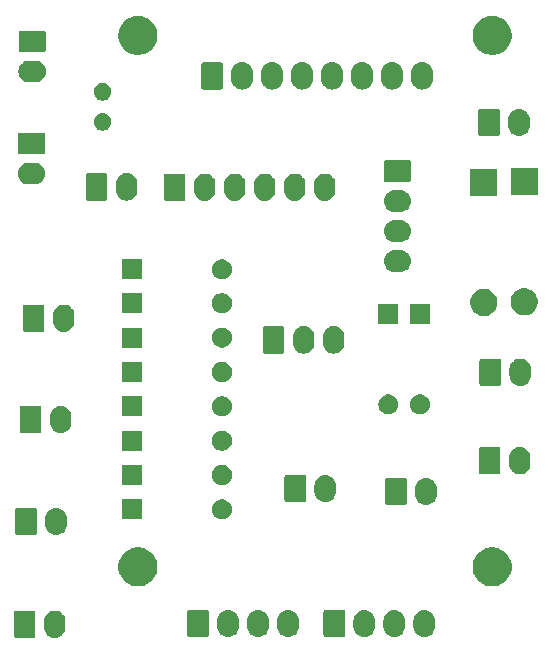
<source format=gbr>
G04 #@! TF.GenerationSoftware,KiCad,Pcbnew,(5.1.5-0-10_14)*
G04 #@! TF.CreationDate,2021-10-24T14:14:16+10:00*
G04 #@! TF.ProjectId,OH - Left Console - 32 - Selective Jettison,4f48202d-204c-4656-9674-20436f6e736f,rev?*
G04 #@! TF.SameCoordinates,Original*
G04 #@! TF.FileFunction,Soldermask,Bot*
G04 #@! TF.FilePolarity,Negative*
%FSLAX46Y46*%
G04 Gerber Fmt 4.6, Leading zero omitted, Abs format (unit mm)*
G04 Created by KiCad (PCBNEW (5.1.5-0-10_14)) date 2021-10-24 14:14:16*
%MOMM*%
%LPD*%
G04 APERTURE LIST*
%ADD10C,0.100000*%
G04 APERTURE END LIST*
D10*
G36*
X73777047Y-116146326D02*
G01*
X73950656Y-116198990D01*
X73950658Y-116198991D01*
X74110655Y-116284511D01*
X74250897Y-116399603D01*
X74314286Y-116476844D01*
X74365989Y-116539844D01*
X74451510Y-116699843D01*
X74504174Y-116873452D01*
X74517500Y-117008756D01*
X74517500Y-117559243D01*
X74504174Y-117694548D01*
X74451510Y-117868157D01*
X74365989Y-118028156D01*
X74330229Y-118071729D01*
X74250897Y-118168397D01*
X74154229Y-118247729D01*
X74110656Y-118283489D01*
X74001361Y-118341908D01*
X73954577Y-118366915D01*
X73950657Y-118369010D01*
X73777048Y-118421674D01*
X73596500Y-118439456D01*
X73415953Y-118421674D01*
X73242344Y-118369010D01*
X73238425Y-118366915D01*
X73191640Y-118341908D01*
X73082345Y-118283489D01*
X73038772Y-118247729D01*
X72942104Y-118168397D01*
X72827013Y-118028157D01*
X72827012Y-118028155D01*
X72741490Y-117868157D01*
X72688826Y-117694548D01*
X72675500Y-117559244D01*
X72675500Y-117008757D01*
X72688826Y-116873453D01*
X72741490Y-116699844D01*
X72827011Y-116539845D01*
X72827012Y-116539844D01*
X72942103Y-116399603D01*
X73067888Y-116296375D01*
X73082344Y-116284511D01*
X73242343Y-116198990D01*
X73415952Y-116146326D01*
X73596500Y-116128544D01*
X73777047Y-116146326D01*
G37*
G36*
X71836061Y-116136966D02*
G01*
X71868883Y-116146923D01*
X71899132Y-116163092D01*
X71925648Y-116184852D01*
X71947408Y-116211368D01*
X71963577Y-116241617D01*
X71973534Y-116274439D01*
X71977500Y-116314713D01*
X71977500Y-118253287D01*
X71973534Y-118293561D01*
X71963577Y-118326383D01*
X71947408Y-118356632D01*
X71925648Y-118383148D01*
X71899132Y-118404908D01*
X71868883Y-118421077D01*
X71836061Y-118431034D01*
X71795787Y-118435000D01*
X70317213Y-118435000D01*
X70276939Y-118431034D01*
X70244117Y-118421077D01*
X70213868Y-118404908D01*
X70187352Y-118383148D01*
X70165592Y-118356632D01*
X70149423Y-118326383D01*
X70139466Y-118293561D01*
X70135500Y-118253287D01*
X70135500Y-116314713D01*
X70139466Y-116274439D01*
X70149423Y-116241617D01*
X70165592Y-116211368D01*
X70187352Y-116184852D01*
X70213868Y-116163092D01*
X70244117Y-116146923D01*
X70276939Y-116136966D01*
X70317213Y-116133000D01*
X71795787Y-116133000D01*
X71836061Y-116136966D01*
G37*
G36*
X88445547Y-116083326D02*
G01*
X88619156Y-116135990D01*
X88619158Y-116135991D01*
X88779155Y-116221511D01*
X88919397Y-116336603D01*
X88998729Y-116433271D01*
X89034489Y-116476844D01*
X89120010Y-116636843D01*
X89172674Y-116810452D01*
X89186000Y-116945756D01*
X89186000Y-117496243D01*
X89172674Y-117631548D01*
X89120010Y-117805157D01*
X89034489Y-117965156D01*
X88998729Y-118008729D01*
X88919397Y-118105397D01*
X88842631Y-118168396D01*
X88779156Y-118220489D01*
X88619157Y-118306010D01*
X88445548Y-118358674D01*
X88265000Y-118376456D01*
X88084453Y-118358674D01*
X87910844Y-118306010D01*
X87750845Y-118220489D01*
X87687370Y-118168396D01*
X87610604Y-118105397D01*
X87495513Y-117965157D01*
X87495512Y-117965155D01*
X87409990Y-117805157D01*
X87357326Y-117631548D01*
X87344000Y-117496244D01*
X87344000Y-116945757D01*
X87357326Y-116810453D01*
X87409990Y-116636844D01*
X87495511Y-116476845D01*
X87495512Y-116476844D01*
X87610603Y-116336603D01*
X87736388Y-116233375D01*
X87750844Y-116221511D01*
X87892544Y-116145771D01*
X87910841Y-116135991D01*
X87910843Y-116135990D01*
X88084452Y-116083326D01*
X88265000Y-116065544D01*
X88445547Y-116083326D01*
G37*
G36*
X90985547Y-116083326D02*
G01*
X91159156Y-116135990D01*
X91159158Y-116135991D01*
X91319155Y-116221511D01*
X91459397Y-116336603D01*
X91538729Y-116433271D01*
X91574489Y-116476844D01*
X91660010Y-116636843D01*
X91712674Y-116810452D01*
X91726000Y-116945756D01*
X91726000Y-117496243D01*
X91712674Y-117631548D01*
X91660010Y-117805157D01*
X91574489Y-117965156D01*
X91538729Y-118008729D01*
X91459397Y-118105397D01*
X91382631Y-118168396D01*
X91319156Y-118220489D01*
X91159157Y-118306010D01*
X90985548Y-118358674D01*
X90805000Y-118376456D01*
X90624453Y-118358674D01*
X90450844Y-118306010D01*
X90290845Y-118220489D01*
X90227370Y-118168396D01*
X90150604Y-118105397D01*
X90035513Y-117965157D01*
X90035512Y-117965155D01*
X89949990Y-117805157D01*
X89897326Y-117631548D01*
X89884000Y-117496244D01*
X89884000Y-116945757D01*
X89897326Y-116810453D01*
X89949990Y-116636844D01*
X90035511Y-116476845D01*
X90035512Y-116476844D01*
X90150603Y-116336603D01*
X90276388Y-116233375D01*
X90290844Y-116221511D01*
X90432544Y-116145771D01*
X90450841Y-116135991D01*
X90450843Y-116135990D01*
X90624452Y-116083326D01*
X90805000Y-116065544D01*
X90985547Y-116083326D01*
G37*
G36*
X93525547Y-116083326D02*
G01*
X93699156Y-116135990D01*
X93699158Y-116135991D01*
X93859155Y-116221511D01*
X93999397Y-116336603D01*
X94078729Y-116433271D01*
X94114489Y-116476844D01*
X94200010Y-116636843D01*
X94252674Y-116810452D01*
X94266000Y-116945756D01*
X94266000Y-117496243D01*
X94252674Y-117631548D01*
X94200010Y-117805157D01*
X94114489Y-117965156D01*
X94078729Y-118008729D01*
X93999397Y-118105397D01*
X93922631Y-118168396D01*
X93859156Y-118220489D01*
X93699157Y-118306010D01*
X93525548Y-118358674D01*
X93345000Y-118376456D01*
X93164453Y-118358674D01*
X92990844Y-118306010D01*
X92830845Y-118220489D01*
X92767370Y-118168396D01*
X92690604Y-118105397D01*
X92575513Y-117965157D01*
X92575512Y-117965155D01*
X92489990Y-117805157D01*
X92437326Y-117631548D01*
X92424000Y-117496244D01*
X92424000Y-116945757D01*
X92437326Y-116810453D01*
X92489990Y-116636844D01*
X92575511Y-116476845D01*
X92575512Y-116476844D01*
X92690603Y-116336603D01*
X92816388Y-116233375D01*
X92830844Y-116221511D01*
X92972544Y-116145771D01*
X92990841Y-116135991D01*
X92990843Y-116135990D01*
X93164452Y-116083326D01*
X93345000Y-116065544D01*
X93525547Y-116083326D01*
G37*
G36*
X100002547Y-116083326D02*
G01*
X100176156Y-116135990D01*
X100176158Y-116135991D01*
X100336155Y-116221511D01*
X100476397Y-116336603D01*
X100555729Y-116433271D01*
X100591489Y-116476844D01*
X100677010Y-116636843D01*
X100729674Y-116810452D01*
X100743000Y-116945756D01*
X100743000Y-117496243D01*
X100729674Y-117631548D01*
X100677010Y-117805157D01*
X100591489Y-117965156D01*
X100555729Y-118008729D01*
X100476397Y-118105397D01*
X100399631Y-118168396D01*
X100336156Y-118220489D01*
X100176157Y-118306010D01*
X100002548Y-118358674D01*
X99822000Y-118376456D01*
X99641453Y-118358674D01*
X99467844Y-118306010D01*
X99307845Y-118220489D01*
X99244370Y-118168396D01*
X99167604Y-118105397D01*
X99052513Y-117965157D01*
X99052512Y-117965155D01*
X98966990Y-117805157D01*
X98914326Y-117631548D01*
X98901000Y-117496244D01*
X98901000Y-116945757D01*
X98914326Y-116810453D01*
X98966990Y-116636844D01*
X99052511Y-116476845D01*
X99052512Y-116476844D01*
X99167603Y-116336603D01*
X99293388Y-116233375D01*
X99307844Y-116221511D01*
X99449544Y-116145771D01*
X99467841Y-116135991D01*
X99467843Y-116135990D01*
X99641452Y-116083326D01*
X99822000Y-116065544D01*
X100002547Y-116083326D01*
G37*
G36*
X102542547Y-116083326D02*
G01*
X102716156Y-116135990D01*
X102716158Y-116135991D01*
X102876155Y-116221511D01*
X103016397Y-116336603D01*
X103095729Y-116433271D01*
X103131489Y-116476844D01*
X103217010Y-116636843D01*
X103269674Y-116810452D01*
X103283000Y-116945756D01*
X103283000Y-117496243D01*
X103269674Y-117631548D01*
X103217010Y-117805157D01*
X103131489Y-117965156D01*
X103095729Y-118008729D01*
X103016397Y-118105397D01*
X102939631Y-118168396D01*
X102876156Y-118220489D01*
X102716157Y-118306010D01*
X102542548Y-118358674D01*
X102362000Y-118376456D01*
X102181453Y-118358674D01*
X102007844Y-118306010D01*
X101847845Y-118220489D01*
X101784370Y-118168396D01*
X101707604Y-118105397D01*
X101592513Y-117965157D01*
X101592512Y-117965155D01*
X101506990Y-117805157D01*
X101454326Y-117631548D01*
X101441000Y-117496244D01*
X101441000Y-116945757D01*
X101454326Y-116810453D01*
X101506990Y-116636844D01*
X101592511Y-116476845D01*
X101592512Y-116476844D01*
X101707603Y-116336603D01*
X101833388Y-116233375D01*
X101847844Y-116221511D01*
X101989544Y-116145771D01*
X102007841Y-116135991D01*
X102007843Y-116135990D01*
X102181452Y-116083326D01*
X102362000Y-116065544D01*
X102542547Y-116083326D01*
G37*
G36*
X105082547Y-116083326D02*
G01*
X105256156Y-116135990D01*
X105256158Y-116135991D01*
X105416155Y-116221511D01*
X105556397Y-116336603D01*
X105635729Y-116433271D01*
X105671489Y-116476844D01*
X105757010Y-116636843D01*
X105809674Y-116810452D01*
X105823000Y-116945756D01*
X105823000Y-117496243D01*
X105809674Y-117631548D01*
X105757010Y-117805157D01*
X105671489Y-117965156D01*
X105635729Y-118008729D01*
X105556397Y-118105397D01*
X105479631Y-118168396D01*
X105416156Y-118220489D01*
X105256157Y-118306010D01*
X105082548Y-118358674D01*
X104902000Y-118376456D01*
X104721453Y-118358674D01*
X104547844Y-118306010D01*
X104387845Y-118220489D01*
X104324370Y-118168396D01*
X104247604Y-118105397D01*
X104132513Y-117965157D01*
X104132512Y-117965155D01*
X104046990Y-117805157D01*
X103994326Y-117631548D01*
X103981000Y-117496244D01*
X103981000Y-116945757D01*
X103994326Y-116810453D01*
X104046990Y-116636844D01*
X104132511Y-116476845D01*
X104132512Y-116476844D01*
X104247603Y-116336603D01*
X104373388Y-116233375D01*
X104387844Y-116221511D01*
X104529544Y-116145771D01*
X104547841Y-116135991D01*
X104547843Y-116135990D01*
X104721452Y-116083326D01*
X104902000Y-116065544D01*
X105082547Y-116083326D01*
G37*
G36*
X98061561Y-116073966D02*
G01*
X98094383Y-116083923D01*
X98124632Y-116100092D01*
X98151148Y-116121852D01*
X98172908Y-116148368D01*
X98189077Y-116178617D01*
X98199034Y-116211439D01*
X98203000Y-116251713D01*
X98203000Y-118190287D01*
X98199034Y-118230561D01*
X98189077Y-118263383D01*
X98172908Y-118293632D01*
X98151148Y-118320148D01*
X98124632Y-118341908D01*
X98094383Y-118358077D01*
X98061561Y-118368034D01*
X98021287Y-118372000D01*
X96542713Y-118372000D01*
X96502439Y-118368034D01*
X96469617Y-118358077D01*
X96439368Y-118341908D01*
X96412852Y-118320148D01*
X96391092Y-118293632D01*
X96374923Y-118263383D01*
X96364966Y-118230561D01*
X96361000Y-118190287D01*
X96361000Y-116251713D01*
X96364966Y-116211439D01*
X96374923Y-116178617D01*
X96391092Y-116148368D01*
X96412852Y-116121852D01*
X96439368Y-116100092D01*
X96469617Y-116083923D01*
X96502439Y-116073966D01*
X96542713Y-116070000D01*
X98021287Y-116070000D01*
X98061561Y-116073966D01*
G37*
G36*
X86504561Y-116073966D02*
G01*
X86537383Y-116083923D01*
X86567632Y-116100092D01*
X86594148Y-116121852D01*
X86615908Y-116148368D01*
X86632077Y-116178617D01*
X86642034Y-116211439D01*
X86646000Y-116251713D01*
X86646000Y-118190287D01*
X86642034Y-118230561D01*
X86632077Y-118263383D01*
X86615908Y-118293632D01*
X86594148Y-118320148D01*
X86567632Y-118341908D01*
X86537383Y-118358077D01*
X86504561Y-118368034D01*
X86464287Y-118372000D01*
X84985713Y-118372000D01*
X84945439Y-118368034D01*
X84912617Y-118358077D01*
X84882368Y-118341908D01*
X84855852Y-118320148D01*
X84834092Y-118293632D01*
X84817923Y-118263383D01*
X84807966Y-118230561D01*
X84804000Y-118190287D01*
X84804000Y-116251713D01*
X84807966Y-116211439D01*
X84817923Y-116178617D01*
X84834092Y-116148368D01*
X84855852Y-116121852D01*
X84882368Y-116100092D01*
X84912617Y-116083923D01*
X84945439Y-116073966D01*
X84985713Y-116070000D01*
X86464287Y-116070000D01*
X86504561Y-116073966D01*
G37*
G36*
X111020256Y-110828298D02*
G01*
X111126579Y-110849447D01*
X111427042Y-110973903D01*
X111697451Y-111154585D01*
X111927415Y-111384549D01*
X112108097Y-111654958D01*
X112232553Y-111955421D01*
X112296000Y-112274391D01*
X112296000Y-112599609D01*
X112232553Y-112918579D01*
X112108097Y-113219042D01*
X111927415Y-113489451D01*
X111697451Y-113719415D01*
X111427042Y-113900097D01*
X111126579Y-114024553D01*
X111020256Y-114045702D01*
X110807611Y-114088000D01*
X110482389Y-114088000D01*
X110269744Y-114045702D01*
X110163421Y-114024553D01*
X109862958Y-113900097D01*
X109592549Y-113719415D01*
X109362585Y-113489451D01*
X109181903Y-113219042D01*
X109057447Y-112918579D01*
X108994000Y-112599609D01*
X108994000Y-112274391D01*
X109057447Y-111955421D01*
X109181903Y-111654958D01*
X109362585Y-111384549D01*
X109592549Y-111154585D01*
X109862958Y-110973903D01*
X110163421Y-110849447D01*
X110269744Y-110828298D01*
X110482389Y-110786000D01*
X110807611Y-110786000D01*
X111020256Y-110828298D01*
G37*
G36*
X81020256Y-110828298D02*
G01*
X81126579Y-110849447D01*
X81427042Y-110973903D01*
X81697451Y-111154585D01*
X81927415Y-111384549D01*
X82108097Y-111654958D01*
X82232553Y-111955421D01*
X82296000Y-112274391D01*
X82296000Y-112599609D01*
X82232553Y-112918579D01*
X82108097Y-113219042D01*
X81927415Y-113489451D01*
X81697451Y-113719415D01*
X81427042Y-113900097D01*
X81126579Y-114024553D01*
X81020256Y-114045702D01*
X80807611Y-114088000D01*
X80482389Y-114088000D01*
X80269744Y-114045702D01*
X80163421Y-114024553D01*
X79862958Y-113900097D01*
X79592549Y-113719415D01*
X79362585Y-113489451D01*
X79181903Y-113219042D01*
X79057447Y-112918579D01*
X78994000Y-112599609D01*
X78994000Y-112274391D01*
X79057447Y-111955421D01*
X79181903Y-111654958D01*
X79362585Y-111384549D01*
X79592549Y-111154585D01*
X79862958Y-110973903D01*
X80163421Y-110849447D01*
X80269744Y-110828298D01*
X80482389Y-110786000D01*
X80807611Y-110786000D01*
X81020256Y-110828298D01*
G37*
G36*
X73904047Y-107447326D02*
G01*
X74077656Y-107499990D01*
X74077658Y-107499991D01*
X74237655Y-107585511D01*
X74377897Y-107700603D01*
X74457229Y-107797271D01*
X74492989Y-107840844D01*
X74578510Y-108000843D01*
X74631174Y-108174452D01*
X74644500Y-108309756D01*
X74644500Y-108860243D01*
X74631174Y-108995548D01*
X74578510Y-109169157D01*
X74492989Y-109329156D01*
X74457229Y-109372729D01*
X74377897Y-109469397D01*
X74281229Y-109548729D01*
X74237656Y-109584489D01*
X74077657Y-109670010D01*
X73904048Y-109722674D01*
X73723500Y-109740456D01*
X73542953Y-109722674D01*
X73369344Y-109670010D01*
X73209345Y-109584489D01*
X73165772Y-109548729D01*
X73069104Y-109469397D01*
X72954013Y-109329157D01*
X72954012Y-109329155D01*
X72868490Y-109169157D01*
X72815826Y-108995548D01*
X72802500Y-108860244D01*
X72802500Y-108309757D01*
X72815826Y-108174453D01*
X72868490Y-108000844D01*
X72883856Y-107972097D01*
X72954011Y-107840845D01*
X73069103Y-107700603D01*
X73194888Y-107597375D01*
X73209344Y-107585511D01*
X73369343Y-107499990D01*
X73542952Y-107447326D01*
X73723500Y-107429544D01*
X73904047Y-107447326D01*
G37*
G36*
X71963061Y-107437966D02*
G01*
X71995883Y-107447923D01*
X72026132Y-107464092D01*
X72052648Y-107485852D01*
X72074408Y-107512368D01*
X72090577Y-107542617D01*
X72100534Y-107575439D01*
X72104500Y-107615713D01*
X72104500Y-109554287D01*
X72100534Y-109594561D01*
X72090577Y-109627383D01*
X72074408Y-109657632D01*
X72052648Y-109684148D01*
X72026132Y-109705908D01*
X71995883Y-109722077D01*
X71963061Y-109732034D01*
X71922787Y-109736000D01*
X70444213Y-109736000D01*
X70403939Y-109732034D01*
X70371117Y-109722077D01*
X70340868Y-109705908D01*
X70314352Y-109684148D01*
X70292592Y-109657632D01*
X70276423Y-109627383D01*
X70266466Y-109594561D01*
X70262500Y-109554287D01*
X70262500Y-107615713D01*
X70266466Y-107575439D01*
X70276423Y-107542617D01*
X70292592Y-107512368D01*
X70314352Y-107485852D01*
X70340868Y-107464092D01*
X70371117Y-107447923D01*
X70403939Y-107437966D01*
X70444213Y-107434000D01*
X71922787Y-107434000D01*
X71963061Y-107437966D01*
G37*
G36*
X80988000Y-108420000D02*
G01*
X79286000Y-108420000D01*
X79286000Y-106718000D01*
X80988000Y-106718000D01*
X80988000Y-108420000D01*
G37*
G36*
X88005228Y-106750703D02*
G01*
X88160100Y-106814853D01*
X88299481Y-106907985D01*
X88418015Y-107026519D01*
X88511147Y-107165900D01*
X88575297Y-107320772D01*
X88608000Y-107485184D01*
X88608000Y-107652816D01*
X88575297Y-107817228D01*
X88511147Y-107972100D01*
X88418015Y-108111481D01*
X88299481Y-108230015D01*
X88160100Y-108323147D01*
X88005228Y-108387297D01*
X87840816Y-108420000D01*
X87673184Y-108420000D01*
X87508772Y-108387297D01*
X87353900Y-108323147D01*
X87214519Y-108230015D01*
X87095985Y-108111481D01*
X87002853Y-107972100D01*
X86938703Y-107817228D01*
X86906000Y-107652816D01*
X86906000Y-107485184D01*
X86938703Y-107320772D01*
X87002853Y-107165900D01*
X87095985Y-107026519D01*
X87214519Y-106907985D01*
X87353900Y-106814853D01*
X87508772Y-106750703D01*
X87673184Y-106718000D01*
X87840816Y-106718000D01*
X88005228Y-106750703D01*
G37*
G36*
X105209547Y-104907326D02*
G01*
X105383156Y-104959990D01*
X105383158Y-104959991D01*
X105543155Y-105045511D01*
X105683397Y-105160603D01*
X105721345Y-105206844D01*
X105798489Y-105300844D01*
X105884010Y-105460843D01*
X105936674Y-105634452D01*
X105950000Y-105769756D01*
X105950000Y-106320243D01*
X105936674Y-106455548D01*
X105884010Y-106629157D01*
X105798489Y-106789156D01*
X105769581Y-106824380D01*
X105683397Y-106929397D01*
X105586729Y-107008729D01*
X105543156Y-107044489D01*
X105383157Y-107130010D01*
X105209548Y-107182674D01*
X105029000Y-107200456D01*
X104848453Y-107182674D01*
X104674844Y-107130010D01*
X104514845Y-107044489D01*
X104471272Y-107008729D01*
X104374604Y-106929397D01*
X104259513Y-106789157D01*
X104259512Y-106789155D01*
X104173990Y-106629157D01*
X104121326Y-106455548D01*
X104108000Y-106320244D01*
X104108000Y-105769757D01*
X104121326Y-105634453D01*
X104173990Y-105460844D01*
X104199485Y-105413147D01*
X104259511Y-105300845D01*
X104374603Y-105160603D01*
X104478043Y-105075713D01*
X104514844Y-105045511D01*
X104674843Y-104959990D01*
X104848452Y-104907326D01*
X105029000Y-104889544D01*
X105209547Y-104907326D01*
G37*
G36*
X103268561Y-104897966D02*
G01*
X103301383Y-104907923D01*
X103331632Y-104924092D01*
X103358148Y-104945852D01*
X103379908Y-104972368D01*
X103396077Y-105002617D01*
X103406034Y-105035439D01*
X103410000Y-105075713D01*
X103410000Y-107014287D01*
X103406034Y-107054561D01*
X103396077Y-107087383D01*
X103379908Y-107117632D01*
X103358148Y-107144148D01*
X103331632Y-107165908D01*
X103301383Y-107182077D01*
X103268561Y-107192034D01*
X103228287Y-107196000D01*
X101749713Y-107196000D01*
X101709439Y-107192034D01*
X101676617Y-107182077D01*
X101646368Y-107165908D01*
X101619852Y-107144148D01*
X101598092Y-107117632D01*
X101581923Y-107087383D01*
X101571966Y-107054561D01*
X101568000Y-107014287D01*
X101568000Y-105075713D01*
X101571966Y-105035439D01*
X101581923Y-105002617D01*
X101598092Y-104972368D01*
X101619852Y-104945852D01*
X101646368Y-104924092D01*
X101676617Y-104907923D01*
X101709439Y-104897966D01*
X101749713Y-104894000D01*
X103228287Y-104894000D01*
X103268561Y-104897966D01*
G37*
G36*
X96700547Y-104653326D02*
G01*
X96874156Y-104705990D01*
X96874158Y-104705991D01*
X97034155Y-104791511D01*
X97174397Y-104906603D01*
X97227668Y-104971515D01*
X97289489Y-105046844D01*
X97375010Y-105206843D01*
X97427674Y-105380452D01*
X97441000Y-105515756D01*
X97441000Y-106066243D01*
X97427674Y-106201548D01*
X97375010Y-106375157D01*
X97289489Y-106535156D01*
X97253729Y-106578729D01*
X97174397Y-106675397D01*
X97082635Y-106750703D01*
X97034156Y-106790489D01*
X96874157Y-106876010D01*
X96700548Y-106928674D01*
X96520000Y-106946456D01*
X96339453Y-106928674D01*
X96165844Y-106876010D01*
X96005845Y-106790489D01*
X95957366Y-106750703D01*
X95865604Y-106675397D01*
X95750513Y-106535157D01*
X95750512Y-106535155D01*
X95664990Y-106375157D01*
X95612326Y-106201548D01*
X95599000Y-106066244D01*
X95599000Y-105515757D01*
X95612326Y-105380453D01*
X95664990Y-105206844D01*
X95750511Y-105046845D01*
X95779419Y-105011620D01*
X95865603Y-104906603D01*
X95991388Y-104803375D01*
X96005844Y-104791511D01*
X96165843Y-104705990D01*
X96339452Y-104653326D01*
X96520000Y-104635544D01*
X96700547Y-104653326D01*
G37*
G36*
X94759561Y-104643966D02*
G01*
X94792383Y-104653923D01*
X94822632Y-104670092D01*
X94849148Y-104691852D01*
X94870908Y-104718368D01*
X94887077Y-104748617D01*
X94897034Y-104781439D01*
X94901000Y-104821713D01*
X94901000Y-106760287D01*
X94897034Y-106800561D01*
X94887077Y-106833383D01*
X94870908Y-106863632D01*
X94849148Y-106890148D01*
X94822632Y-106911908D01*
X94792383Y-106928077D01*
X94759561Y-106938034D01*
X94719287Y-106942000D01*
X93240713Y-106942000D01*
X93200439Y-106938034D01*
X93167617Y-106928077D01*
X93137368Y-106911908D01*
X93110852Y-106890148D01*
X93089092Y-106863632D01*
X93072923Y-106833383D01*
X93062966Y-106800561D01*
X93059000Y-106760287D01*
X93059000Y-104821713D01*
X93062966Y-104781439D01*
X93072923Y-104748617D01*
X93089092Y-104718368D01*
X93110852Y-104691852D01*
X93137368Y-104670092D01*
X93167617Y-104653923D01*
X93200439Y-104643966D01*
X93240713Y-104640000D01*
X94719287Y-104640000D01*
X94759561Y-104643966D01*
G37*
G36*
X80988000Y-105510000D02*
G01*
X79286000Y-105510000D01*
X79286000Y-103808000D01*
X80988000Y-103808000D01*
X80988000Y-105510000D01*
G37*
G36*
X88005228Y-103840703D02*
G01*
X88160100Y-103904853D01*
X88299481Y-103997985D01*
X88418015Y-104116519D01*
X88511147Y-104255900D01*
X88575297Y-104410772D01*
X88608000Y-104575184D01*
X88608000Y-104742816D01*
X88575297Y-104907228D01*
X88511147Y-105062100D01*
X88418015Y-105201481D01*
X88299481Y-105320015D01*
X88160100Y-105413147D01*
X88005228Y-105477297D01*
X87840816Y-105510000D01*
X87673184Y-105510000D01*
X87508772Y-105477297D01*
X87353900Y-105413147D01*
X87214519Y-105320015D01*
X87095985Y-105201481D01*
X87002853Y-105062100D01*
X86938703Y-104907228D01*
X86906000Y-104742816D01*
X86906000Y-104575184D01*
X86938703Y-104410772D01*
X87002853Y-104255900D01*
X87095985Y-104116519D01*
X87214519Y-103997985D01*
X87353900Y-103904853D01*
X87508772Y-103840703D01*
X87673184Y-103808000D01*
X87840816Y-103808000D01*
X88005228Y-103840703D01*
G37*
G36*
X113146547Y-102304326D02*
G01*
X113320156Y-102356990D01*
X113320158Y-102356991D01*
X113480155Y-102442511D01*
X113620397Y-102557603D01*
X113699729Y-102654271D01*
X113735489Y-102697844D01*
X113821010Y-102857843D01*
X113873674Y-103031452D01*
X113887000Y-103166756D01*
X113887000Y-103717243D01*
X113873674Y-103852548D01*
X113821010Y-104026157D01*
X113735489Y-104186156D01*
X113699729Y-104229729D01*
X113620397Y-104326397D01*
X113523729Y-104405729D01*
X113480156Y-104441489D01*
X113320157Y-104527010D01*
X113146548Y-104579674D01*
X112966000Y-104597456D01*
X112785453Y-104579674D01*
X112611844Y-104527010D01*
X112451845Y-104441489D01*
X112408272Y-104405729D01*
X112311604Y-104326397D01*
X112196513Y-104186157D01*
X112196512Y-104186155D01*
X112110990Y-104026157D01*
X112058326Y-103852548D01*
X112045000Y-103717244D01*
X112045000Y-103166757D01*
X112058326Y-103031453D01*
X112110990Y-102857844D01*
X112196511Y-102697845D01*
X112196512Y-102697844D01*
X112311603Y-102557603D01*
X112437388Y-102454375D01*
X112451844Y-102442511D01*
X112611843Y-102356990D01*
X112785452Y-102304326D01*
X112966000Y-102286544D01*
X113146547Y-102304326D01*
G37*
G36*
X111205561Y-102294966D02*
G01*
X111238383Y-102304923D01*
X111268632Y-102321092D01*
X111295148Y-102342852D01*
X111316908Y-102369368D01*
X111333077Y-102399617D01*
X111343034Y-102432439D01*
X111347000Y-102472713D01*
X111347000Y-104411287D01*
X111343034Y-104451561D01*
X111333077Y-104484383D01*
X111316908Y-104514632D01*
X111295148Y-104541148D01*
X111268632Y-104562908D01*
X111238383Y-104579077D01*
X111205561Y-104589034D01*
X111165287Y-104593000D01*
X109686713Y-104593000D01*
X109646439Y-104589034D01*
X109613617Y-104579077D01*
X109583368Y-104562908D01*
X109556852Y-104541148D01*
X109535092Y-104514632D01*
X109518923Y-104484383D01*
X109508966Y-104451561D01*
X109505000Y-104411287D01*
X109505000Y-102472713D01*
X109508966Y-102432439D01*
X109518923Y-102399617D01*
X109535092Y-102369368D01*
X109556852Y-102342852D01*
X109583368Y-102321092D01*
X109613617Y-102304923D01*
X109646439Y-102294966D01*
X109686713Y-102291000D01*
X111165287Y-102291000D01*
X111205561Y-102294966D01*
G37*
G36*
X80988000Y-102599000D02*
G01*
X79286000Y-102599000D01*
X79286000Y-100897000D01*
X80988000Y-100897000D01*
X80988000Y-102599000D01*
G37*
G36*
X88005228Y-100929703D02*
G01*
X88160100Y-100993853D01*
X88299481Y-101086985D01*
X88418015Y-101205519D01*
X88511147Y-101344900D01*
X88575297Y-101499772D01*
X88608000Y-101664184D01*
X88608000Y-101831816D01*
X88575297Y-101996228D01*
X88511147Y-102151100D01*
X88418015Y-102290481D01*
X88299481Y-102409015D01*
X88160100Y-102502147D01*
X88005228Y-102566297D01*
X87840816Y-102599000D01*
X87673184Y-102599000D01*
X87508772Y-102566297D01*
X87353900Y-102502147D01*
X87214519Y-102409015D01*
X87095985Y-102290481D01*
X87002853Y-102151100D01*
X86938703Y-101996228D01*
X86906000Y-101831816D01*
X86906000Y-101664184D01*
X86938703Y-101499772D01*
X87002853Y-101344900D01*
X87095985Y-101205519D01*
X87214519Y-101086985D01*
X87353900Y-100993853D01*
X87508772Y-100929703D01*
X87673184Y-100897000D01*
X87840816Y-100897000D01*
X88005228Y-100929703D01*
G37*
G36*
X74285047Y-98811326D02*
G01*
X74458656Y-98863990D01*
X74458658Y-98863991D01*
X74618655Y-98949511D01*
X74758897Y-99064603D01*
X74838229Y-99161271D01*
X74873989Y-99204844D01*
X74959510Y-99364843D01*
X75012174Y-99538452D01*
X75025500Y-99673756D01*
X75025500Y-100224243D01*
X75012174Y-100359548D01*
X74959510Y-100533157D01*
X74873989Y-100693156D01*
X74838229Y-100736729D01*
X74758897Y-100833397D01*
X74681395Y-100897000D01*
X74618656Y-100948489D01*
X74458657Y-101034010D01*
X74285048Y-101086674D01*
X74104500Y-101104456D01*
X73923953Y-101086674D01*
X73750344Y-101034010D01*
X73590345Y-100948489D01*
X73527606Y-100897000D01*
X73450104Y-100833397D01*
X73335013Y-100693157D01*
X73335012Y-100693155D01*
X73249490Y-100533157D01*
X73196826Y-100359548D01*
X73183500Y-100224244D01*
X73183500Y-99673757D01*
X73196826Y-99538453D01*
X73249490Y-99364844D01*
X73335011Y-99204845D01*
X73335012Y-99204844D01*
X73450103Y-99064603D01*
X73575888Y-98961375D01*
X73590344Y-98949511D01*
X73750343Y-98863990D01*
X73923952Y-98811326D01*
X74104500Y-98793544D01*
X74285047Y-98811326D01*
G37*
G36*
X72344061Y-98801966D02*
G01*
X72376883Y-98811923D01*
X72407132Y-98828092D01*
X72433648Y-98849852D01*
X72455408Y-98876368D01*
X72471577Y-98906617D01*
X72481534Y-98939439D01*
X72485500Y-98979713D01*
X72485500Y-100918287D01*
X72481534Y-100958561D01*
X72471577Y-100991383D01*
X72455408Y-101021632D01*
X72433648Y-101048148D01*
X72407132Y-101069908D01*
X72376883Y-101086077D01*
X72344061Y-101096034D01*
X72303787Y-101100000D01*
X70825213Y-101100000D01*
X70784939Y-101096034D01*
X70752117Y-101086077D01*
X70721868Y-101069908D01*
X70695352Y-101048148D01*
X70673592Y-101021632D01*
X70657423Y-100991383D01*
X70647466Y-100958561D01*
X70643500Y-100918287D01*
X70643500Y-98979713D01*
X70647466Y-98939439D01*
X70657423Y-98906617D01*
X70673592Y-98876368D01*
X70695352Y-98849852D01*
X70721868Y-98828092D01*
X70752117Y-98811923D01*
X70784939Y-98801966D01*
X70825213Y-98798000D01*
X72303787Y-98798000D01*
X72344061Y-98801966D01*
G37*
G36*
X80988000Y-99688700D02*
G01*
X79286000Y-99688700D01*
X79286000Y-97986700D01*
X80988000Y-97986700D01*
X80988000Y-99688700D01*
G37*
G36*
X88005228Y-98019403D02*
G01*
X88160100Y-98083553D01*
X88299481Y-98176685D01*
X88418015Y-98295219D01*
X88511147Y-98434600D01*
X88575297Y-98589472D01*
X88608000Y-98753884D01*
X88608000Y-98921516D01*
X88575297Y-99085928D01*
X88511147Y-99240800D01*
X88418015Y-99380181D01*
X88299481Y-99498715D01*
X88160100Y-99591847D01*
X88005228Y-99655997D01*
X87840816Y-99688700D01*
X87673184Y-99688700D01*
X87508772Y-99655997D01*
X87353900Y-99591847D01*
X87214519Y-99498715D01*
X87095985Y-99380181D01*
X87002853Y-99240800D01*
X86938703Y-99085928D01*
X86906000Y-98921516D01*
X86906000Y-98753884D01*
X86938703Y-98589472D01*
X87002853Y-98434600D01*
X87095985Y-98295219D01*
X87214519Y-98176685D01*
X87353900Y-98083553D01*
X87508772Y-98019403D01*
X87673184Y-97986700D01*
X87840816Y-97986700D01*
X88005228Y-98019403D01*
G37*
G36*
X104769228Y-97860703D02*
G01*
X104924100Y-97924853D01*
X105063481Y-98017985D01*
X105182015Y-98136519D01*
X105275147Y-98275900D01*
X105339297Y-98430772D01*
X105372000Y-98595184D01*
X105372000Y-98762816D01*
X105339297Y-98927228D01*
X105275147Y-99082100D01*
X105182015Y-99221481D01*
X105063481Y-99340015D01*
X104924100Y-99433147D01*
X104769228Y-99497297D01*
X104604816Y-99530000D01*
X104437184Y-99530000D01*
X104272772Y-99497297D01*
X104117900Y-99433147D01*
X103978519Y-99340015D01*
X103859985Y-99221481D01*
X103766853Y-99082100D01*
X103702703Y-98927228D01*
X103670000Y-98762816D01*
X103670000Y-98595184D01*
X103702703Y-98430772D01*
X103766853Y-98275900D01*
X103859985Y-98136519D01*
X103978519Y-98017985D01*
X104117900Y-97924853D01*
X104272772Y-97860703D01*
X104437184Y-97828000D01*
X104604816Y-97828000D01*
X104769228Y-97860703D01*
G37*
G36*
X102102228Y-97860703D02*
G01*
X102257100Y-97924853D01*
X102396481Y-98017985D01*
X102515015Y-98136519D01*
X102608147Y-98275900D01*
X102672297Y-98430772D01*
X102705000Y-98595184D01*
X102705000Y-98762816D01*
X102672297Y-98927228D01*
X102608147Y-99082100D01*
X102515015Y-99221481D01*
X102396481Y-99340015D01*
X102257100Y-99433147D01*
X102102228Y-99497297D01*
X101937816Y-99530000D01*
X101770184Y-99530000D01*
X101605772Y-99497297D01*
X101450900Y-99433147D01*
X101311519Y-99340015D01*
X101192985Y-99221481D01*
X101099853Y-99082100D01*
X101035703Y-98927228D01*
X101003000Y-98762816D01*
X101003000Y-98595184D01*
X101035703Y-98430772D01*
X101099853Y-98275900D01*
X101192985Y-98136519D01*
X101311519Y-98017985D01*
X101450900Y-97924853D01*
X101605772Y-97860703D01*
X101770184Y-97828000D01*
X101937816Y-97828000D01*
X102102228Y-97860703D01*
G37*
G36*
X113210547Y-94810826D02*
G01*
X113384156Y-94863490D01*
X113384158Y-94863491D01*
X113544155Y-94949011D01*
X113684397Y-95064103D01*
X113763729Y-95160771D01*
X113799489Y-95204344D01*
X113885010Y-95364343D01*
X113937674Y-95537952D01*
X113951000Y-95673256D01*
X113951000Y-96223743D01*
X113937674Y-96359048D01*
X113885010Y-96532657D01*
X113799489Y-96692656D01*
X113763729Y-96736229D01*
X113684397Y-96832897D01*
X113587729Y-96912229D01*
X113544156Y-96947989D01*
X113384157Y-97033510D01*
X113210548Y-97086174D01*
X113030000Y-97103956D01*
X112849453Y-97086174D01*
X112675844Y-97033510D01*
X112515845Y-96947989D01*
X112472272Y-96912229D01*
X112375604Y-96832897D01*
X112260513Y-96692657D01*
X112260512Y-96692655D01*
X112174990Y-96532657D01*
X112122326Y-96359048D01*
X112109000Y-96223744D01*
X112109000Y-95673257D01*
X112122326Y-95537953D01*
X112174990Y-95364344D01*
X112260511Y-95204345D01*
X112260512Y-95204344D01*
X112375603Y-95064103D01*
X112501388Y-94960875D01*
X112515844Y-94949011D01*
X112675843Y-94863490D01*
X112849452Y-94810826D01*
X113030000Y-94793044D01*
X113210547Y-94810826D01*
G37*
G36*
X111269561Y-94801466D02*
G01*
X111302383Y-94811423D01*
X111332632Y-94827592D01*
X111359148Y-94849352D01*
X111380908Y-94875868D01*
X111397077Y-94906117D01*
X111407034Y-94938939D01*
X111411000Y-94979213D01*
X111411000Y-96917787D01*
X111407034Y-96958061D01*
X111397077Y-96990883D01*
X111380908Y-97021132D01*
X111359148Y-97047648D01*
X111332632Y-97069408D01*
X111302383Y-97085577D01*
X111269561Y-97095534D01*
X111229287Y-97099500D01*
X109750713Y-97099500D01*
X109710439Y-97095534D01*
X109677617Y-97085577D01*
X109647368Y-97069408D01*
X109620852Y-97047648D01*
X109599092Y-97021132D01*
X109582923Y-96990883D01*
X109572966Y-96958061D01*
X109569000Y-96917787D01*
X109569000Y-94979213D01*
X109572966Y-94938939D01*
X109582923Y-94906117D01*
X109599092Y-94875868D01*
X109620852Y-94849352D01*
X109647368Y-94827592D01*
X109677617Y-94811423D01*
X109710439Y-94801466D01*
X109750713Y-94797500D01*
X111229287Y-94797500D01*
X111269561Y-94801466D01*
G37*
G36*
X80988000Y-96778300D02*
G01*
X79286000Y-96778300D01*
X79286000Y-95076300D01*
X80988000Y-95076300D01*
X80988000Y-96778300D01*
G37*
G36*
X88005228Y-95109003D02*
G01*
X88160100Y-95173153D01*
X88299481Y-95266285D01*
X88418015Y-95384819D01*
X88511147Y-95524200D01*
X88575297Y-95679072D01*
X88608000Y-95843484D01*
X88608000Y-96011116D01*
X88575297Y-96175528D01*
X88511147Y-96330400D01*
X88418015Y-96469781D01*
X88299481Y-96588315D01*
X88160100Y-96681447D01*
X88005228Y-96745597D01*
X87840816Y-96778300D01*
X87673184Y-96778300D01*
X87508772Y-96745597D01*
X87353900Y-96681447D01*
X87214519Y-96588315D01*
X87095985Y-96469781D01*
X87002853Y-96330400D01*
X86938703Y-96175528D01*
X86906000Y-96011116D01*
X86906000Y-95843484D01*
X86938703Y-95679072D01*
X87002853Y-95524200D01*
X87095985Y-95384819D01*
X87214519Y-95266285D01*
X87353900Y-95173153D01*
X87508772Y-95109003D01*
X87673184Y-95076300D01*
X87840816Y-95076300D01*
X88005228Y-95109003D01*
G37*
G36*
X94859047Y-92080326D02*
G01*
X95032656Y-92132990D01*
X95032658Y-92132991D01*
X95192655Y-92218511D01*
X95332897Y-92333603D01*
X95395495Y-92409880D01*
X95447989Y-92473844D01*
X95533510Y-92633843D01*
X95586174Y-92807452D01*
X95599500Y-92942756D01*
X95599500Y-93493243D01*
X95586174Y-93628548D01*
X95533510Y-93802157D01*
X95447989Y-93962156D01*
X95412229Y-94005729D01*
X95332897Y-94102397D01*
X95236229Y-94181729D01*
X95192656Y-94217489D01*
X95032657Y-94303010D01*
X94859048Y-94355674D01*
X94678500Y-94373456D01*
X94497953Y-94355674D01*
X94324344Y-94303010D01*
X94164345Y-94217489D01*
X94120772Y-94181729D01*
X94024104Y-94102397D01*
X93909013Y-93962157D01*
X93909012Y-93962155D01*
X93823490Y-93802157D01*
X93770826Y-93628548D01*
X93757500Y-93493244D01*
X93757500Y-92942757D01*
X93770826Y-92807453D01*
X93823490Y-92633844D01*
X93909011Y-92473845D01*
X93954117Y-92418883D01*
X94024103Y-92333603D01*
X94149888Y-92230375D01*
X94164344Y-92218511D01*
X94324343Y-92132990D01*
X94497952Y-92080326D01*
X94678500Y-92062544D01*
X94859047Y-92080326D01*
G37*
G36*
X97399047Y-92080326D02*
G01*
X97572656Y-92132990D01*
X97572658Y-92132991D01*
X97732655Y-92218511D01*
X97872897Y-92333603D01*
X97935495Y-92409880D01*
X97987989Y-92473844D01*
X98073510Y-92633843D01*
X98126174Y-92807452D01*
X98139500Y-92942756D01*
X98139500Y-93493243D01*
X98126174Y-93628548D01*
X98073510Y-93802157D01*
X97987989Y-93962156D01*
X97952229Y-94005729D01*
X97872897Y-94102397D01*
X97776229Y-94181729D01*
X97732656Y-94217489D01*
X97572657Y-94303010D01*
X97399048Y-94355674D01*
X97218500Y-94373456D01*
X97037953Y-94355674D01*
X96864344Y-94303010D01*
X96704345Y-94217489D01*
X96660772Y-94181729D01*
X96564104Y-94102397D01*
X96449013Y-93962157D01*
X96449012Y-93962155D01*
X96363490Y-93802157D01*
X96310826Y-93628548D01*
X96297500Y-93493244D01*
X96297500Y-92942757D01*
X96310826Y-92807453D01*
X96363490Y-92633844D01*
X96449011Y-92473845D01*
X96494117Y-92418883D01*
X96564103Y-92333603D01*
X96689888Y-92230375D01*
X96704344Y-92218511D01*
X96864343Y-92132990D01*
X97037952Y-92080326D01*
X97218500Y-92062544D01*
X97399047Y-92080326D01*
G37*
G36*
X92918061Y-92070966D02*
G01*
X92950883Y-92080923D01*
X92981132Y-92097092D01*
X93007648Y-92118852D01*
X93029408Y-92145368D01*
X93045577Y-92175617D01*
X93055534Y-92208439D01*
X93059500Y-92248713D01*
X93059500Y-94187287D01*
X93055534Y-94227561D01*
X93045577Y-94260383D01*
X93029408Y-94290632D01*
X93007648Y-94317148D01*
X92981132Y-94338908D01*
X92950883Y-94355077D01*
X92918061Y-94365034D01*
X92877787Y-94369000D01*
X91399213Y-94369000D01*
X91358939Y-94365034D01*
X91326117Y-94355077D01*
X91295868Y-94338908D01*
X91269352Y-94317148D01*
X91247592Y-94290632D01*
X91231423Y-94260383D01*
X91221466Y-94227561D01*
X91217500Y-94187287D01*
X91217500Y-92248713D01*
X91221466Y-92208439D01*
X91231423Y-92175617D01*
X91247592Y-92145368D01*
X91269352Y-92118852D01*
X91295868Y-92097092D01*
X91326117Y-92080923D01*
X91358939Y-92070966D01*
X91399213Y-92067000D01*
X92877787Y-92067000D01*
X92918061Y-92070966D01*
G37*
G36*
X88005228Y-92198603D02*
G01*
X88160100Y-92262753D01*
X88299481Y-92355885D01*
X88418015Y-92474419D01*
X88511147Y-92613800D01*
X88575297Y-92768672D01*
X88608000Y-92933084D01*
X88608000Y-93100716D01*
X88575297Y-93265128D01*
X88511147Y-93420000D01*
X88418015Y-93559381D01*
X88299481Y-93677915D01*
X88160100Y-93771047D01*
X88005228Y-93835197D01*
X87840816Y-93867900D01*
X87673184Y-93867900D01*
X87508772Y-93835197D01*
X87353900Y-93771047D01*
X87214519Y-93677915D01*
X87095985Y-93559381D01*
X87002853Y-93420000D01*
X86938703Y-93265128D01*
X86906000Y-93100716D01*
X86906000Y-92933084D01*
X86938703Y-92768672D01*
X87002853Y-92613800D01*
X87095985Y-92474419D01*
X87214519Y-92355885D01*
X87353900Y-92262753D01*
X87508772Y-92198603D01*
X87673184Y-92165900D01*
X87840816Y-92165900D01*
X88005228Y-92198603D01*
G37*
G36*
X80988000Y-93867900D02*
G01*
X79286000Y-93867900D01*
X79286000Y-92165900D01*
X80988000Y-92165900D01*
X80988000Y-93867900D01*
G37*
G36*
X74539047Y-90238826D02*
G01*
X74712656Y-90291490D01*
X74712658Y-90291491D01*
X74872655Y-90377011D01*
X75012897Y-90492103D01*
X75091761Y-90588201D01*
X75127989Y-90632344D01*
X75213510Y-90792343D01*
X75266174Y-90965952D01*
X75275058Y-91056155D01*
X75275733Y-91063003D01*
X75279500Y-91101256D01*
X75279500Y-91651743D01*
X75266174Y-91787048D01*
X75213510Y-91960657D01*
X75127989Y-92120656D01*
X75108408Y-92144515D01*
X75012897Y-92260897D01*
X74926678Y-92331654D01*
X74872656Y-92375989D01*
X74712657Y-92461510D01*
X74539048Y-92514174D01*
X74358500Y-92531956D01*
X74177953Y-92514174D01*
X74004344Y-92461510D01*
X73844345Y-92375989D01*
X73790323Y-92331654D01*
X73704104Y-92260897D01*
X73589013Y-92120657D01*
X73589012Y-92120655D01*
X73503490Y-91960657D01*
X73450826Y-91787048D01*
X73437500Y-91651744D01*
X73437500Y-91101257D01*
X73441268Y-91063004D01*
X73450826Y-90965955D01*
X73450826Y-90965953D01*
X73503490Y-90792344D01*
X73589011Y-90632345D01*
X73625239Y-90588201D01*
X73704103Y-90492103D01*
X73842245Y-90378734D01*
X73844344Y-90377011D01*
X74004343Y-90291490D01*
X74177952Y-90238826D01*
X74358500Y-90221044D01*
X74539047Y-90238826D01*
G37*
G36*
X72598061Y-90229466D02*
G01*
X72630883Y-90239423D01*
X72661132Y-90255592D01*
X72687648Y-90277352D01*
X72709408Y-90303868D01*
X72725577Y-90334117D01*
X72735534Y-90366939D01*
X72739500Y-90407213D01*
X72739500Y-92345787D01*
X72735534Y-92386061D01*
X72725577Y-92418883D01*
X72709408Y-92449132D01*
X72687648Y-92475648D01*
X72661132Y-92497408D01*
X72630883Y-92513577D01*
X72598061Y-92523534D01*
X72557787Y-92527500D01*
X71079213Y-92527500D01*
X71038939Y-92523534D01*
X71006117Y-92513577D01*
X70975868Y-92497408D01*
X70949352Y-92475648D01*
X70927592Y-92449132D01*
X70911423Y-92418883D01*
X70901466Y-92386061D01*
X70897500Y-92345787D01*
X70897500Y-90407213D01*
X70901466Y-90366939D01*
X70911423Y-90334117D01*
X70927592Y-90303868D01*
X70949352Y-90277352D01*
X70975868Y-90255592D01*
X71006117Y-90239423D01*
X71038939Y-90229466D01*
X71079213Y-90225500D01*
X72557787Y-90225500D01*
X72598061Y-90229466D01*
G37*
G36*
X102705000Y-91910000D02*
G01*
X101003000Y-91910000D01*
X101003000Y-90208000D01*
X102705000Y-90208000D01*
X102705000Y-91910000D01*
G37*
G36*
X105372000Y-91910000D02*
G01*
X103670000Y-91910000D01*
X103670000Y-90208000D01*
X105372000Y-90208000D01*
X105372000Y-91910000D01*
G37*
G36*
X110142549Y-88914116D02*
G01*
X110253734Y-88936232D01*
X110463203Y-89022997D01*
X110651720Y-89148960D01*
X110812040Y-89309280D01*
X110938003Y-89497797D01*
X111024768Y-89707266D01*
X111069000Y-89929636D01*
X111069000Y-90156364D01*
X111024768Y-90378734D01*
X110938003Y-90588203D01*
X110812040Y-90776720D01*
X110651720Y-90937040D01*
X110463203Y-91063003D01*
X110253734Y-91149768D01*
X110142549Y-91171884D01*
X110031365Y-91194000D01*
X109804635Y-91194000D01*
X109693451Y-91171884D01*
X109582266Y-91149768D01*
X109372797Y-91063003D01*
X109184280Y-90937040D01*
X109023960Y-90776720D01*
X108897997Y-90588203D01*
X108811232Y-90378734D01*
X108767000Y-90156364D01*
X108767000Y-89929636D01*
X108811232Y-89707266D01*
X108897997Y-89497797D01*
X109023960Y-89309280D01*
X109184280Y-89148960D01*
X109372797Y-89022997D01*
X109582266Y-88936232D01*
X109693451Y-88914116D01*
X109804635Y-88892000D01*
X110031365Y-88892000D01*
X110142549Y-88914116D01*
G37*
G36*
X113572549Y-88850616D02*
G01*
X113683734Y-88872732D01*
X113893203Y-88959497D01*
X114081720Y-89085460D01*
X114242040Y-89245780D01*
X114368003Y-89434297D01*
X114454768Y-89643766D01*
X114499000Y-89866136D01*
X114499000Y-90092864D01*
X114454768Y-90315234D01*
X114368003Y-90524703D01*
X114242040Y-90713220D01*
X114081720Y-90873540D01*
X113893203Y-90999503D01*
X113683734Y-91086268D01*
X113608389Y-91101255D01*
X113461365Y-91130500D01*
X113234635Y-91130500D01*
X113087611Y-91101255D01*
X113012266Y-91086268D01*
X112802797Y-90999503D01*
X112614280Y-90873540D01*
X112453960Y-90713220D01*
X112327997Y-90524703D01*
X112241232Y-90315234D01*
X112197000Y-90092864D01*
X112197000Y-89866136D01*
X112241232Y-89643766D01*
X112327997Y-89434297D01*
X112453960Y-89245780D01*
X112614280Y-89085460D01*
X112802797Y-88959497D01*
X113012266Y-88872732D01*
X113123451Y-88850616D01*
X113234635Y-88828500D01*
X113461365Y-88828500D01*
X113572549Y-88850616D01*
G37*
G36*
X80988000Y-90957500D02*
G01*
X79286000Y-90957500D01*
X79286000Y-89255500D01*
X80988000Y-89255500D01*
X80988000Y-90957500D01*
G37*
G36*
X88005228Y-89288203D02*
G01*
X88160100Y-89352353D01*
X88299481Y-89445485D01*
X88418015Y-89564019D01*
X88511147Y-89703400D01*
X88575297Y-89858272D01*
X88608000Y-90022684D01*
X88608000Y-90190316D01*
X88575297Y-90354728D01*
X88511147Y-90509600D01*
X88418015Y-90648981D01*
X88299481Y-90767515D01*
X88160100Y-90860647D01*
X88005228Y-90924797D01*
X87840816Y-90957500D01*
X87673184Y-90957500D01*
X87508772Y-90924797D01*
X87353900Y-90860647D01*
X87214519Y-90767515D01*
X87095985Y-90648981D01*
X87002853Y-90509600D01*
X86938703Y-90354728D01*
X86906000Y-90190316D01*
X86906000Y-90022684D01*
X86938703Y-89858272D01*
X87002853Y-89703400D01*
X87095985Y-89564019D01*
X87214519Y-89445485D01*
X87353900Y-89352353D01*
X87508772Y-89288203D01*
X87673184Y-89255500D01*
X87840816Y-89255500D01*
X88005228Y-89288203D01*
G37*
G36*
X80988000Y-88100000D02*
G01*
X79286000Y-88100000D01*
X79286000Y-86398000D01*
X80988000Y-86398000D01*
X80988000Y-88100000D01*
G37*
G36*
X88005228Y-86430703D02*
G01*
X88160100Y-86494853D01*
X88299481Y-86587985D01*
X88418015Y-86706519D01*
X88511147Y-86845900D01*
X88575297Y-87000772D01*
X88608000Y-87165184D01*
X88608000Y-87332816D01*
X88575297Y-87497228D01*
X88511147Y-87652100D01*
X88418015Y-87791481D01*
X88299481Y-87910015D01*
X88160100Y-88003147D01*
X88005228Y-88067297D01*
X87840816Y-88100000D01*
X87673184Y-88100000D01*
X87508772Y-88067297D01*
X87353900Y-88003147D01*
X87214519Y-87910015D01*
X87095985Y-87791481D01*
X87002853Y-87652100D01*
X86938703Y-87497228D01*
X86906000Y-87332816D01*
X86906000Y-87165184D01*
X86938703Y-87000772D01*
X87002853Y-86845900D01*
X87095985Y-86706519D01*
X87214519Y-86587985D01*
X87353900Y-86494853D01*
X87508772Y-86430703D01*
X87673184Y-86398000D01*
X87840816Y-86398000D01*
X88005228Y-86430703D01*
G37*
G36*
X102936345Y-85633942D02*
G01*
X103026548Y-85642826D01*
X103200157Y-85695490D01*
X103360156Y-85781011D01*
X103403729Y-85816771D01*
X103500397Y-85896103D01*
X103579729Y-85992771D01*
X103615489Y-86036344D01*
X103701010Y-86196343D01*
X103753674Y-86369952D01*
X103771456Y-86550500D01*
X103753674Y-86731048D01*
X103701010Y-86904657D01*
X103615489Y-87064656D01*
X103579729Y-87108229D01*
X103500397Y-87204897D01*
X103403729Y-87284229D01*
X103360156Y-87319989D01*
X103200157Y-87405510D01*
X103026548Y-87458174D01*
X102936345Y-87467058D01*
X102891245Y-87471500D01*
X102340755Y-87471500D01*
X102295655Y-87467058D01*
X102205452Y-87458174D01*
X102031843Y-87405510D01*
X101871844Y-87319989D01*
X101828271Y-87284229D01*
X101731603Y-87204897D01*
X101652271Y-87108229D01*
X101616511Y-87064656D01*
X101530990Y-86904657D01*
X101478326Y-86731048D01*
X101460544Y-86550500D01*
X101478326Y-86369952D01*
X101530990Y-86196343D01*
X101616511Y-86036344D01*
X101652271Y-85992771D01*
X101731603Y-85896103D01*
X101828271Y-85816771D01*
X101871844Y-85781011D01*
X102031843Y-85695490D01*
X102205452Y-85642826D01*
X102295655Y-85633942D01*
X102340755Y-85629500D01*
X102891245Y-85629500D01*
X102936345Y-85633942D01*
G37*
G36*
X102936345Y-83093942D02*
G01*
X103026548Y-83102826D01*
X103200157Y-83155490D01*
X103360156Y-83241011D01*
X103403729Y-83276771D01*
X103500397Y-83356103D01*
X103579729Y-83452771D01*
X103615489Y-83496344D01*
X103701010Y-83656343D01*
X103753674Y-83829952D01*
X103771456Y-84010500D01*
X103753674Y-84191048D01*
X103701010Y-84364657D01*
X103615489Y-84524656D01*
X103579729Y-84568229D01*
X103500397Y-84664897D01*
X103403729Y-84744229D01*
X103360156Y-84779989D01*
X103200157Y-84865510D01*
X103026548Y-84918174D01*
X102936345Y-84927058D01*
X102891245Y-84931500D01*
X102340755Y-84931500D01*
X102295655Y-84927058D01*
X102205452Y-84918174D01*
X102031843Y-84865510D01*
X101871844Y-84779989D01*
X101828271Y-84744229D01*
X101731603Y-84664897D01*
X101652271Y-84568229D01*
X101616511Y-84524656D01*
X101530990Y-84364657D01*
X101478326Y-84191048D01*
X101460544Y-84010500D01*
X101478326Y-83829952D01*
X101530990Y-83656343D01*
X101616511Y-83496344D01*
X101652271Y-83452771D01*
X101731603Y-83356103D01*
X101828271Y-83276771D01*
X101871844Y-83241011D01*
X102031843Y-83155490D01*
X102205452Y-83102826D01*
X102295655Y-83093942D01*
X102340755Y-83089500D01*
X102891245Y-83089500D01*
X102936345Y-83093942D01*
G37*
G36*
X102936345Y-80553942D02*
G01*
X103026548Y-80562826D01*
X103200157Y-80615490D01*
X103360156Y-80701011D01*
X103403729Y-80736771D01*
X103500397Y-80816103D01*
X103579729Y-80912771D01*
X103615489Y-80956344D01*
X103701010Y-81116343D01*
X103753674Y-81289952D01*
X103771456Y-81470500D01*
X103753674Y-81651048D01*
X103701010Y-81824657D01*
X103615489Y-81984656D01*
X103579729Y-82028229D01*
X103500397Y-82124897D01*
X103403729Y-82204229D01*
X103360156Y-82239989D01*
X103200157Y-82325510D01*
X103026548Y-82378174D01*
X102936345Y-82387058D01*
X102891245Y-82391500D01*
X102340755Y-82391500D01*
X102295655Y-82387058D01*
X102205452Y-82378174D01*
X102031843Y-82325510D01*
X101871844Y-82239989D01*
X101828271Y-82204229D01*
X101731603Y-82124897D01*
X101652271Y-82028229D01*
X101616511Y-81984656D01*
X101530990Y-81824657D01*
X101478326Y-81651048D01*
X101460544Y-81470500D01*
X101478326Y-81289952D01*
X101530990Y-81116343D01*
X101616511Y-80956344D01*
X101652271Y-80912771D01*
X101731603Y-80816103D01*
X101828271Y-80736771D01*
X101871844Y-80701011D01*
X102031843Y-80615490D01*
X102205452Y-80562826D01*
X102295655Y-80553942D01*
X102340755Y-80549500D01*
X102891245Y-80549500D01*
X102936345Y-80553942D01*
G37*
G36*
X91557047Y-79147526D02*
G01*
X91730656Y-79200190D01*
X91730658Y-79200191D01*
X91890655Y-79285711D01*
X92030897Y-79400803D01*
X92110229Y-79497471D01*
X92145989Y-79541044D01*
X92231510Y-79701043D01*
X92284174Y-79874652D01*
X92297500Y-80009956D01*
X92297500Y-80560443D01*
X92284174Y-80695748D01*
X92231510Y-80869357D01*
X92145989Y-81029356D01*
X92110229Y-81072929D01*
X92030897Y-81169597D01*
X91953289Y-81233287D01*
X91890656Y-81284689D01*
X91730657Y-81370210D01*
X91557048Y-81422874D01*
X91376500Y-81440656D01*
X91195953Y-81422874D01*
X91022344Y-81370210D01*
X90862345Y-81284689D01*
X90799712Y-81233287D01*
X90722104Y-81169597D01*
X90607013Y-81029357D01*
X90607012Y-81029355D01*
X90521490Y-80869357D01*
X90468826Y-80695748D01*
X90455500Y-80560444D01*
X90455500Y-80009957D01*
X90458844Y-79976009D01*
X90468826Y-79874655D01*
X90468826Y-79874653D01*
X90521490Y-79701044D01*
X90607011Y-79541045D01*
X90624410Y-79519844D01*
X90722103Y-79400803D01*
X90843047Y-79301548D01*
X90862344Y-79285711D01*
X91022343Y-79200190D01*
X91195952Y-79147526D01*
X91376500Y-79129744D01*
X91557047Y-79147526D01*
G37*
G36*
X89017047Y-79147526D02*
G01*
X89190656Y-79200190D01*
X89190658Y-79200191D01*
X89350655Y-79285711D01*
X89490897Y-79400803D01*
X89570229Y-79497471D01*
X89605989Y-79541044D01*
X89691510Y-79701043D01*
X89744174Y-79874652D01*
X89757500Y-80009956D01*
X89757500Y-80560443D01*
X89744174Y-80695748D01*
X89691510Y-80869357D01*
X89605989Y-81029356D01*
X89570229Y-81072929D01*
X89490897Y-81169597D01*
X89413289Y-81233287D01*
X89350656Y-81284689D01*
X89190657Y-81370210D01*
X89017048Y-81422874D01*
X88836500Y-81440656D01*
X88655953Y-81422874D01*
X88482344Y-81370210D01*
X88322345Y-81284689D01*
X88259712Y-81233287D01*
X88182104Y-81169597D01*
X88067013Y-81029357D01*
X88067012Y-81029355D01*
X87981490Y-80869357D01*
X87928826Y-80695748D01*
X87915500Y-80560444D01*
X87915500Y-80009957D01*
X87918844Y-79976009D01*
X87928826Y-79874655D01*
X87928826Y-79874653D01*
X87981490Y-79701044D01*
X88067011Y-79541045D01*
X88084410Y-79519844D01*
X88182103Y-79400803D01*
X88303047Y-79301548D01*
X88322344Y-79285711D01*
X88482343Y-79200190D01*
X88655952Y-79147526D01*
X88836500Y-79129744D01*
X89017047Y-79147526D01*
G37*
G36*
X86477047Y-79147526D02*
G01*
X86650656Y-79200190D01*
X86650658Y-79200191D01*
X86810655Y-79285711D01*
X86950897Y-79400803D01*
X87030229Y-79497471D01*
X87065989Y-79541044D01*
X87151510Y-79701043D01*
X87204174Y-79874652D01*
X87217500Y-80009956D01*
X87217500Y-80560443D01*
X87204174Y-80695748D01*
X87151510Y-80869357D01*
X87065989Y-81029356D01*
X87030229Y-81072929D01*
X86950897Y-81169597D01*
X86873289Y-81233287D01*
X86810656Y-81284689D01*
X86650657Y-81370210D01*
X86477048Y-81422874D01*
X86296500Y-81440656D01*
X86115953Y-81422874D01*
X85942344Y-81370210D01*
X85782345Y-81284689D01*
X85719712Y-81233287D01*
X85642104Y-81169597D01*
X85527013Y-81029357D01*
X85527012Y-81029355D01*
X85441490Y-80869357D01*
X85388826Y-80695748D01*
X85375500Y-80560444D01*
X85375500Y-80009957D01*
X85378844Y-79976009D01*
X85388826Y-79874655D01*
X85388826Y-79874653D01*
X85441490Y-79701044D01*
X85527011Y-79541045D01*
X85544410Y-79519844D01*
X85642103Y-79400803D01*
X85763047Y-79301548D01*
X85782344Y-79285711D01*
X85942343Y-79200190D01*
X86115952Y-79147526D01*
X86296500Y-79129744D01*
X86477047Y-79147526D01*
G37*
G36*
X96637047Y-79147526D02*
G01*
X96810656Y-79200190D01*
X96810658Y-79200191D01*
X96970655Y-79285711D01*
X97110897Y-79400803D01*
X97190229Y-79497471D01*
X97225989Y-79541044D01*
X97311510Y-79701043D01*
X97364174Y-79874652D01*
X97377500Y-80009956D01*
X97377500Y-80560443D01*
X97364174Y-80695748D01*
X97311510Y-80869357D01*
X97225989Y-81029356D01*
X97190229Y-81072929D01*
X97110897Y-81169597D01*
X97033289Y-81233287D01*
X96970656Y-81284689D01*
X96810657Y-81370210D01*
X96637048Y-81422874D01*
X96456500Y-81440656D01*
X96275953Y-81422874D01*
X96102344Y-81370210D01*
X95942345Y-81284689D01*
X95879712Y-81233287D01*
X95802104Y-81169597D01*
X95687013Y-81029357D01*
X95687012Y-81029355D01*
X95601490Y-80869357D01*
X95548826Y-80695748D01*
X95535500Y-80560444D01*
X95535500Y-80009957D01*
X95538844Y-79976009D01*
X95548826Y-79874655D01*
X95548826Y-79874653D01*
X95601490Y-79701044D01*
X95687011Y-79541045D01*
X95704410Y-79519844D01*
X95802103Y-79400803D01*
X95923047Y-79301548D01*
X95942344Y-79285711D01*
X96102343Y-79200190D01*
X96275952Y-79147526D01*
X96456500Y-79129744D01*
X96637047Y-79147526D01*
G37*
G36*
X94097047Y-79147526D02*
G01*
X94270656Y-79200190D01*
X94270658Y-79200191D01*
X94430655Y-79285711D01*
X94570897Y-79400803D01*
X94650229Y-79497471D01*
X94685989Y-79541044D01*
X94771510Y-79701043D01*
X94824174Y-79874652D01*
X94837500Y-80009956D01*
X94837500Y-80560443D01*
X94824174Y-80695748D01*
X94771510Y-80869357D01*
X94685989Y-81029356D01*
X94650229Y-81072929D01*
X94570897Y-81169597D01*
X94493289Y-81233287D01*
X94430656Y-81284689D01*
X94270657Y-81370210D01*
X94097048Y-81422874D01*
X93916500Y-81440656D01*
X93735953Y-81422874D01*
X93562344Y-81370210D01*
X93402345Y-81284689D01*
X93339712Y-81233287D01*
X93262104Y-81169597D01*
X93147013Y-81029357D01*
X93147012Y-81029355D01*
X93061490Y-80869357D01*
X93008826Y-80695748D01*
X92995500Y-80560444D01*
X92995500Y-80009957D01*
X92998844Y-79976009D01*
X93008826Y-79874655D01*
X93008826Y-79874653D01*
X93061490Y-79701044D01*
X93147011Y-79541045D01*
X93164410Y-79519844D01*
X93262103Y-79400803D01*
X93383047Y-79301548D01*
X93402344Y-79285711D01*
X93562343Y-79200190D01*
X93735952Y-79147526D01*
X93916500Y-79129744D01*
X94097047Y-79147526D01*
G37*
G36*
X84536061Y-79138166D02*
G01*
X84568883Y-79148123D01*
X84599132Y-79164292D01*
X84625648Y-79186052D01*
X84647408Y-79212568D01*
X84663577Y-79242817D01*
X84673534Y-79275639D01*
X84677500Y-79315913D01*
X84677500Y-81254487D01*
X84673534Y-81294761D01*
X84663577Y-81327583D01*
X84647408Y-81357832D01*
X84625648Y-81384348D01*
X84599132Y-81406108D01*
X84568883Y-81422277D01*
X84536061Y-81432234D01*
X84495787Y-81436200D01*
X83017213Y-81436200D01*
X82976939Y-81432234D01*
X82944117Y-81422277D01*
X82913868Y-81406108D01*
X82887352Y-81384348D01*
X82865592Y-81357832D01*
X82849423Y-81327583D01*
X82839466Y-81294761D01*
X82835500Y-81254487D01*
X82835500Y-79315913D01*
X82839466Y-79275639D01*
X82849423Y-79242817D01*
X82865592Y-79212568D01*
X82887352Y-79186052D01*
X82913868Y-79164292D01*
X82944117Y-79148123D01*
X82976939Y-79138166D01*
X83017213Y-79134200D01*
X84495787Y-79134200D01*
X84536061Y-79138166D01*
G37*
G36*
X79873047Y-79126326D02*
G01*
X80046656Y-79178990D01*
X80046658Y-79178991D01*
X80206655Y-79264511D01*
X80346897Y-79379603D01*
X80425315Y-79475157D01*
X80461989Y-79519844D01*
X80547510Y-79679843D01*
X80600174Y-79853452D01*
X80613500Y-79988756D01*
X80613500Y-80539243D01*
X80600174Y-80674548D01*
X80547510Y-80848157D01*
X80461989Y-81008156D01*
X80440779Y-81034000D01*
X80346897Y-81148397D01*
X80255776Y-81223177D01*
X80206656Y-81263489D01*
X80046657Y-81349010D01*
X79873048Y-81401674D01*
X79692500Y-81419456D01*
X79511953Y-81401674D01*
X79338344Y-81349010D01*
X79178345Y-81263489D01*
X79129225Y-81223177D01*
X79038104Y-81148397D01*
X78923013Y-81008157D01*
X78923012Y-81008155D01*
X78837490Y-80848157D01*
X78784826Y-80674548D01*
X78771500Y-80539244D01*
X78771500Y-79988757D01*
X78772756Y-79976009D01*
X78784826Y-79853455D01*
X78784826Y-79853453D01*
X78837490Y-79679844D01*
X78842866Y-79669787D01*
X78923011Y-79519845D01*
X79038103Y-79379603D01*
X79164785Y-79275639D01*
X79178344Y-79264511D01*
X79338343Y-79178990D01*
X79511952Y-79126326D01*
X79692500Y-79108544D01*
X79873047Y-79126326D01*
G37*
G36*
X77932061Y-79116966D02*
G01*
X77964883Y-79126923D01*
X77995132Y-79143092D01*
X78021648Y-79164852D01*
X78043408Y-79191368D01*
X78059577Y-79221617D01*
X78069534Y-79254439D01*
X78073500Y-79294713D01*
X78073500Y-81233287D01*
X78069534Y-81273561D01*
X78059577Y-81306383D01*
X78043408Y-81336632D01*
X78021648Y-81363148D01*
X77995132Y-81384908D01*
X77964883Y-81401077D01*
X77932061Y-81411034D01*
X77891787Y-81415000D01*
X76413213Y-81415000D01*
X76372939Y-81411034D01*
X76340117Y-81401077D01*
X76309868Y-81384908D01*
X76283352Y-81363148D01*
X76261592Y-81336632D01*
X76245423Y-81306383D01*
X76235466Y-81273561D01*
X76231500Y-81233287D01*
X76231500Y-79294713D01*
X76235466Y-79254439D01*
X76245423Y-79221617D01*
X76261592Y-79191368D01*
X76283352Y-79164852D01*
X76309868Y-79143092D01*
X76340117Y-79126923D01*
X76372939Y-79116966D01*
X76413213Y-79113000D01*
X77891787Y-79113000D01*
X77932061Y-79116966D01*
G37*
G36*
X111069000Y-81034000D02*
G01*
X108767000Y-81034000D01*
X108767000Y-78732000D01*
X111069000Y-78732000D01*
X111069000Y-81034000D01*
G37*
G36*
X114499000Y-80970500D02*
G01*
X112197000Y-80970500D01*
X112197000Y-78668500D01*
X114499000Y-78668500D01*
X114499000Y-80970500D01*
G37*
G36*
X71948345Y-78204442D02*
G01*
X72038548Y-78213326D01*
X72212157Y-78265990D01*
X72372156Y-78351511D01*
X72415729Y-78387271D01*
X72512397Y-78466603D01*
X72591729Y-78563271D01*
X72627489Y-78606844D01*
X72713010Y-78766843D01*
X72765674Y-78940452D01*
X72783456Y-79121000D01*
X72765674Y-79301548D01*
X72713010Y-79475157D01*
X72627489Y-79635156D01*
X72599068Y-79669787D01*
X72512397Y-79775397D01*
X72419664Y-79851500D01*
X72372156Y-79890489D01*
X72212157Y-79976010D01*
X72038548Y-80028674D01*
X71948345Y-80037558D01*
X71903245Y-80042000D01*
X71352755Y-80042000D01*
X71307655Y-80037558D01*
X71217452Y-80028674D01*
X71043843Y-79976010D01*
X70883844Y-79890489D01*
X70836336Y-79851500D01*
X70743603Y-79775397D01*
X70656932Y-79669787D01*
X70628511Y-79635156D01*
X70542990Y-79475157D01*
X70490326Y-79301548D01*
X70472544Y-79121000D01*
X70490326Y-78940452D01*
X70542990Y-78766843D01*
X70628511Y-78606844D01*
X70664271Y-78563271D01*
X70743603Y-78466603D01*
X70840271Y-78387271D01*
X70883844Y-78351511D01*
X71043843Y-78265990D01*
X71217452Y-78213326D01*
X71307655Y-78204442D01*
X71352755Y-78200000D01*
X71903245Y-78200000D01*
X71948345Y-78204442D01*
G37*
G36*
X103625561Y-78013466D02*
G01*
X103658383Y-78023423D01*
X103688632Y-78039592D01*
X103715148Y-78061352D01*
X103736908Y-78087868D01*
X103753077Y-78118117D01*
X103763034Y-78150939D01*
X103767000Y-78191213D01*
X103767000Y-79669787D01*
X103763034Y-79710061D01*
X103753077Y-79742883D01*
X103736908Y-79773132D01*
X103715148Y-79799648D01*
X103688632Y-79821408D01*
X103658383Y-79837577D01*
X103625561Y-79847534D01*
X103585287Y-79851500D01*
X101646713Y-79851500D01*
X101606439Y-79847534D01*
X101573617Y-79837577D01*
X101543368Y-79821408D01*
X101516852Y-79799648D01*
X101495092Y-79773132D01*
X101478923Y-79742883D01*
X101468966Y-79710061D01*
X101465000Y-79669787D01*
X101465000Y-78191213D01*
X101468966Y-78150939D01*
X101478923Y-78118117D01*
X101495092Y-78087868D01*
X101516852Y-78061352D01*
X101543368Y-78039592D01*
X101573617Y-78023423D01*
X101606439Y-78013466D01*
X101646713Y-78009500D01*
X103585287Y-78009500D01*
X103625561Y-78013466D01*
G37*
G36*
X72637561Y-75663966D02*
G01*
X72670383Y-75673923D01*
X72700632Y-75690092D01*
X72727148Y-75711852D01*
X72748908Y-75738368D01*
X72765077Y-75768617D01*
X72775034Y-75801439D01*
X72779000Y-75841713D01*
X72779000Y-77320287D01*
X72775034Y-77360561D01*
X72765077Y-77393383D01*
X72748908Y-77423632D01*
X72727148Y-77450148D01*
X72700632Y-77471908D01*
X72670383Y-77488077D01*
X72637561Y-77498034D01*
X72597287Y-77502000D01*
X70658713Y-77502000D01*
X70618439Y-77498034D01*
X70585617Y-77488077D01*
X70555368Y-77471908D01*
X70528852Y-77450148D01*
X70507092Y-77423632D01*
X70490923Y-77393383D01*
X70480966Y-77360561D01*
X70477000Y-77320287D01*
X70477000Y-75841713D01*
X70480966Y-75801439D01*
X70490923Y-75768617D01*
X70507092Y-75738368D01*
X70528852Y-75711852D01*
X70555368Y-75690092D01*
X70585617Y-75673923D01*
X70618439Y-75663966D01*
X70658713Y-75660000D01*
X72597287Y-75660000D01*
X72637561Y-75663966D01*
G37*
G36*
X113083547Y-73665326D02*
G01*
X113257156Y-73717990D01*
X113257158Y-73717991D01*
X113417155Y-73803511D01*
X113557397Y-73918603D01*
X113614759Y-73988500D01*
X113672489Y-74058844D01*
X113758010Y-74218843D01*
X113810674Y-74392452D01*
X113824000Y-74527756D01*
X113824000Y-75078243D01*
X113810674Y-75213548D01*
X113758010Y-75387157D01*
X113672489Y-75547156D01*
X113636729Y-75590729D01*
X113557397Y-75687397D01*
X113460729Y-75766729D01*
X113417156Y-75802489D01*
X113257157Y-75888010D01*
X113083548Y-75940674D01*
X112903000Y-75958456D01*
X112722453Y-75940674D01*
X112548844Y-75888010D01*
X112388845Y-75802489D01*
X112345272Y-75766729D01*
X112248604Y-75687397D01*
X112133513Y-75547157D01*
X112133512Y-75547155D01*
X112047990Y-75387157D01*
X111995326Y-75213548D01*
X111982000Y-75078244D01*
X111982000Y-74527757D01*
X111982721Y-74520441D01*
X111995326Y-74392455D01*
X111995326Y-74392453D01*
X112047990Y-74218844D01*
X112133511Y-74058845D01*
X112133512Y-74058844D01*
X112248603Y-73918603D01*
X112374388Y-73815375D01*
X112388844Y-73803511D01*
X112548843Y-73717990D01*
X112722452Y-73665326D01*
X112903000Y-73647544D01*
X113083547Y-73665326D01*
G37*
G36*
X111142561Y-73655966D02*
G01*
X111175383Y-73665923D01*
X111205632Y-73682092D01*
X111232148Y-73703852D01*
X111253908Y-73730368D01*
X111270077Y-73760617D01*
X111280034Y-73793439D01*
X111284000Y-73833713D01*
X111284000Y-75772287D01*
X111280034Y-75812561D01*
X111270077Y-75845383D01*
X111253908Y-75875632D01*
X111232148Y-75902148D01*
X111205632Y-75923908D01*
X111175383Y-75940077D01*
X111142561Y-75950034D01*
X111102287Y-75954000D01*
X109623713Y-75954000D01*
X109583439Y-75950034D01*
X109550617Y-75940077D01*
X109520368Y-75923908D01*
X109493852Y-75902148D01*
X109472092Y-75875632D01*
X109455923Y-75845383D01*
X109445966Y-75812561D01*
X109442000Y-75772287D01*
X109442000Y-73833713D01*
X109445966Y-73793439D01*
X109455923Y-73760617D01*
X109472092Y-73730368D01*
X109493852Y-73703852D01*
X109520368Y-73682092D01*
X109550617Y-73665923D01*
X109583439Y-73655966D01*
X109623713Y-73652000D01*
X111102287Y-73652000D01*
X111142561Y-73655966D01*
G37*
G36*
X77879559Y-74017360D02*
G01*
X77979713Y-74058845D01*
X78016232Y-74073972D01*
X78139235Y-74156160D01*
X78243840Y-74260765D01*
X78243841Y-74260767D01*
X78326029Y-74383770D01*
X78329626Y-74392454D01*
X78382640Y-74520441D01*
X78411500Y-74665533D01*
X78411500Y-74813467D01*
X78382640Y-74958559D01*
X78326028Y-75095232D01*
X78243840Y-75218235D01*
X78139235Y-75322840D01*
X78016232Y-75405028D01*
X78016231Y-75405029D01*
X78016230Y-75405029D01*
X77879559Y-75461640D01*
X77734468Y-75490500D01*
X77586532Y-75490500D01*
X77441441Y-75461640D01*
X77304770Y-75405029D01*
X77304769Y-75405029D01*
X77304768Y-75405028D01*
X77181765Y-75322840D01*
X77077160Y-75218235D01*
X76994972Y-75095232D01*
X76938360Y-74958559D01*
X76909500Y-74813467D01*
X76909500Y-74665533D01*
X76938360Y-74520441D01*
X76991374Y-74392454D01*
X76994971Y-74383770D01*
X77077159Y-74260767D01*
X77077160Y-74260765D01*
X77181765Y-74156160D01*
X77304768Y-74073972D01*
X77341288Y-74058845D01*
X77441441Y-74017360D01*
X77586532Y-73988500D01*
X77734468Y-73988500D01*
X77879559Y-74017360D01*
G37*
G36*
X77742803Y-71450158D02*
G01*
X77879559Y-71477360D01*
X78016232Y-71533972D01*
X78139235Y-71616160D01*
X78243840Y-71720765D01*
X78299440Y-71803977D01*
X78326029Y-71843770D01*
X78382640Y-71980441D01*
X78387143Y-72003077D01*
X78411500Y-72125533D01*
X78411500Y-72273467D01*
X78382640Y-72418559D01*
X78326028Y-72555232D01*
X78243840Y-72678235D01*
X78139235Y-72782840D01*
X78016232Y-72865028D01*
X78016231Y-72865029D01*
X78016230Y-72865029D01*
X77879559Y-72921640D01*
X77734468Y-72950500D01*
X77586532Y-72950500D01*
X77441441Y-72921640D01*
X77304770Y-72865029D01*
X77304769Y-72865029D01*
X77304768Y-72865028D01*
X77181765Y-72782840D01*
X77077160Y-72678235D01*
X76994972Y-72555232D01*
X76938360Y-72418559D01*
X76909500Y-72273467D01*
X76909500Y-72125533D01*
X76933858Y-72003077D01*
X76938360Y-71980441D01*
X76994971Y-71843770D01*
X77021560Y-71803977D01*
X77077160Y-71720765D01*
X77181765Y-71616160D01*
X77304768Y-71533972D01*
X77441441Y-71477360D01*
X77578197Y-71450158D01*
X77586532Y-71448500D01*
X77734468Y-71448500D01*
X77742803Y-71450158D01*
G37*
G36*
X99812047Y-69728326D02*
G01*
X99985656Y-69780990D01*
X99985658Y-69780991D01*
X100145655Y-69866511D01*
X100285897Y-69981603D01*
X100365229Y-70078271D01*
X100400989Y-70121844D01*
X100486510Y-70281843D01*
X100539174Y-70455452D01*
X100552500Y-70590756D01*
X100552500Y-71141243D01*
X100539174Y-71276548D01*
X100486510Y-71450157D01*
X100400989Y-71610156D01*
X100365229Y-71653729D01*
X100285897Y-71750397D01*
X100189229Y-71829729D01*
X100145656Y-71865489D01*
X99985657Y-71951010D01*
X99812048Y-72003674D01*
X99631500Y-72021456D01*
X99450953Y-72003674D01*
X99277344Y-71951010D01*
X99117345Y-71865489D01*
X99073772Y-71829729D01*
X98977104Y-71750397D01*
X98862013Y-71610157D01*
X98862012Y-71610155D01*
X98776490Y-71450157D01*
X98723826Y-71276548D01*
X98710500Y-71141244D01*
X98710500Y-70590757D01*
X98723826Y-70455453D01*
X98776490Y-70281844D01*
X98862011Y-70121845D01*
X98862012Y-70121844D01*
X98977103Y-69981603D01*
X99102888Y-69878375D01*
X99117344Y-69866511D01*
X99277343Y-69780990D01*
X99450952Y-69728326D01*
X99631500Y-69710544D01*
X99812047Y-69728326D01*
G37*
G36*
X89652047Y-69728326D02*
G01*
X89825656Y-69780990D01*
X89825658Y-69780991D01*
X89985655Y-69866511D01*
X90125897Y-69981603D01*
X90205229Y-70078271D01*
X90240989Y-70121844D01*
X90326510Y-70281843D01*
X90379174Y-70455452D01*
X90392500Y-70590756D01*
X90392500Y-71141243D01*
X90379174Y-71276548D01*
X90326510Y-71450157D01*
X90240989Y-71610156D01*
X90205229Y-71653729D01*
X90125897Y-71750397D01*
X90029229Y-71829729D01*
X89985656Y-71865489D01*
X89825657Y-71951010D01*
X89652048Y-72003674D01*
X89471500Y-72021456D01*
X89290953Y-72003674D01*
X89117344Y-71951010D01*
X88957345Y-71865489D01*
X88913772Y-71829729D01*
X88817104Y-71750397D01*
X88702013Y-71610157D01*
X88702012Y-71610155D01*
X88616490Y-71450157D01*
X88563826Y-71276548D01*
X88550500Y-71141244D01*
X88550500Y-70590757D01*
X88563826Y-70455453D01*
X88616490Y-70281844D01*
X88702011Y-70121845D01*
X88702012Y-70121844D01*
X88817103Y-69981603D01*
X88942888Y-69878375D01*
X88957344Y-69866511D01*
X89117343Y-69780990D01*
X89290952Y-69728326D01*
X89471500Y-69710544D01*
X89652047Y-69728326D01*
G37*
G36*
X92192047Y-69728326D02*
G01*
X92365656Y-69780990D01*
X92365658Y-69780991D01*
X92525655Y-69866511D01*
X92665897Y-69981603D01*
X92745229Y-70078271D01*
X92780989Y-70121844D01*
X92866510Y-70281843D01*
X92919174Y-70455452D01*
X92932500Y-70590756D01*
X92932500Y-71141243D01*
X92919174Y-71276548D01*
X92866510Y-71450157D01*
X92780989Y-71610156D01*
X92745229Y-71653729D01*
X92665897Y-71750397D01*
X92569229Y-71829729D01*
X92525656Y-71865489D01*
X92365657Y-71951010D01*
X92192048Y-72003674D01*
X92011500Y-72021456D01*
X91830953Y-72003674D01*
X91657344Y-71951010D01*
X91497345Y-71865489D01*
X91453772Y-71829729D01*
X91357104Y-71750397D01*
X91242013Y-71610157D01*
X91242012Y-71610155D01*
X91156490Y-71450157D01*
X91103826Y-71276548D01*
X91090500Y-71141244D01*
X91090500Y-70590757D01*
X91103826Y-70455453D01*
X91156490Y-70281844D01*
X91242011Y-70121845D01*
X91242012Y-70121844D01*
X91357103Y-69981603D01*
X91482888Y-69878375D01*
X91497344Y-69866511D01*
X91657343Y-69780990D01*
X91830952Y-69728326D01*
X92011500Y-69710544D01*
X92192047Y-69728326D01*
G37*
G36*
X94732047Y-69728326D02*
G01*
X94905656Y-69780990D01*
X94905658Y-69780991D01*
X95065655Y-69866511D01*
X95205897Y-69981603D01*
X95285229Y-70078271D01*
X95320989Y-70121844D01*
X95406510Y-70281843D01*
X95459174Y-70455452D01*
X95472500Y-70590756D01*
X95472500Y-71141243D01*
X95459174Y-71276548D01*
X95406510Y-71450157D01*
X95320989Y-71610156D01*
X95285229Y-71653729D01*
X95205897Y-71750397D01*
X95109229Y-71829729D01*
X95065656Y-71865489D01*
X94905657Y-71951010D01*
X94732048Y-72003674D01*
X94551500Y-72021456D01*
X94370953Y-72003674D01*
X94197344Y-71951010D01*
X94037345Y-71865489D01*
X93993772Y-71829729D01*
X93897104Y-71750397D01*
X93782013Y-71610157D01*
X93782012Y-71610155D01*
X93696490Y-71450157D01*
X93643826Y-71276548D01*
X93630500Y-71141244D01*
X93630500Y-70590757D01*
X93643826Y-70455453D01*
X93696490Y-70281844D01*
X93782011Y-70121845D01*
X93782012Y-70121844D01*
X93897103Y-69981603D01*
X94022888Y-69878375D01*
X94037344Y-69866511D01*
X94197343Y-69780990D01*
X94370952Y-69728326D01*
X94551500Y-69710544D01*
X94732047Y-69728326D01*
G37*
G36*
X97272047Y-69728326D02*
G01*
X97445656Y-69780990D01*
X97445658Y-69780991D01*
X97605655Y-69866511D01*
X97745897Y-69981603D01*
X97825229Y-70078271D01*
X97860989Y-70121844D01*
X97946510Y-70281843D01*
X97999174Y-70455452D01*
X98012500Y-70590756D01*
X98012500Y-71141243D01*
X97999174Y-71276548D01*
X97946510Y-71450157D01*
X97860989Y-71610156D01*
X97825229Y-71653729D01*
X97745897Y-71750397D01*
X97649229Y-71829729D01*
X97605656Y-71865489D01*
X97445657Y-71951010D01*
X97272048Y-72003674D01*
X97091500Y-72021456D01*
X96910953Y-72003674D01*
X96737344Y-71951010D01*
X96577345Y-71865489D01*
X96533772Y-71829729D01*
X96437104Y-71750397D01*
X96322013Y-71610157D01*
X96322012Y-71610155D01*
X96236490Y-71450157D01*
X96183826Y-71276548D01*
X96170500Y-71141244D01*
X96170500Y-70590757D01*
X96183826Y-70455453D01*
X96236490Y-70281844D01*
X96322011Y-70121845D01*
X96322012Y-70121844D01*
X96437103Y-69981603D01*
X96562888Y-69878375D01*
X96577344Y-69866511D01*
X96737343Y-69780990D01*
X96910952Y-69728326D01*
X97091500Y-69710544D01*
X97272047Y-69728326D01*
G37*
G36*
X102352047Y-69728326D02*
G01*
X102525656Y-69780990D01*
X102525658Y-69780991D01*
X102685655Y-69866511D01*
X102825897Y-69981603D01*
X102905229Y-70078271D01*
X102940989Y-70121844D01*
X103026510Y-70281843D01*
X103079174Y-70455452D01*
X103092500Y-70590756D01*
X103092500Y-71141243D01*
X103079174Y-71276548D01*
X103026510Y-71450157D01*
X102940989Y-71610156D01*
X102905229Y-71653729D01*
X102825897Y-71750397D01*
X102729229Y-71829729D01*
X102685656Y-71865489D01*
X102525657Y-71951010D01*
X102352048Y-72003674D01*
X102171500Y-72021456D01*
X101990953Y-72003674D01*
X101817344Y-71951010D01*
X101657345Y-71865489D01*
X101613772Y-71829729D01*
X101517104Y-71750397D01*
X101402013Y-71610157D01*
X101402012Y-71610155D01*
X101316490Y-71450157D01*
X101263826Y-71276548D01*
X101250500Y-71141244D01*
X101250500Y-70590757D01*
X101263826Y-70455453D01*
X101316490Y-70281844D01*
X101402011Y-70121845D01*
X101402012Y-70121844D01*
X101517103Y-69981603D01*
X101642888Y-69878375D01*
X101657344Y-69866511D01*
X101817343Y-69780990D01*
X101990952Y-69728326D01*
X102171500Y-69710544D01*
X102352047Y-69728326D01*
G37*
G36*
X104892047Y-69728326D02*
G01*
X105065656Y-69780990D01*
X105065658Y-69780991D01*
X105225655Y-69866511D01*
X105365897Y-69981603D01*
X105445229Y-70078271D01*
X105480989Y-70121844D01*
X105566510Y-70281843D01*
X105619174Y-70455452D01*
X105632500Y-70590756D01*
X105632500Y-71141243D01*
X105619174Y-71276548D01*
X105566510Y-71450157D01*
X105480989Y-71610156D01*
X105445229Y-71653729D01*
X105365897Y-71750397D01*
X105269229Y-71829729D01*
X105225656Y-71865489D01*
X105065657Y-71951010D01*
X104892048Y-72003674D01*
X104711500Y-72021456D01*
X104530953Y-72003674D01*
X104357344Y-71951010D01*
X104197345Y-71865489D01*
X104153772Y-71829729D01*
X104057104Y-71750397D01*
X103942013Y-71610157D01*
X103942012Y-71610155D01*
X103856490Y-71450157D01*
X103803826Y-71276548D01*
X103790500Y-71141244D01*
X103790500Y-70590757D01*
X103803826Y-70455453D01*
X103856490Y-70281844D01*
X103942011Y-70121845D01*
X103942012Y-70121844D01*
X104057103Y-69981603D01*
X104182888Y-69878375D01*
X104197344Y-69866511D01*
X104357343Y-69780990D01*
X104530952Y-69728326D01*
X104711500Y-69710544D01*
X104892047Y-69728326D01*
G37*
G36*
X87711061Y-69718966D02*
G01*
X87743883Y-69728923D01*
X87774132Y-69745092D01*
X87800648Y-69766852D01*
X87822408Y-69793368D01*
X87838577Y-69823617D01*
X87848534Y-69856439D01*
X87852500Y-69896713D01*
X87852500Y-71835287D01*
X87848534Y-71875561D01*
X87838577Y-71908383D01*
X87822408Y-71938632D01*
X87800648Y-71965148D01*
X87774132Y-71986908D01*
X87743883Y-72003077D01*
X87711061Y-72013034D01*
X87670787Y-72017000D01*
X86192213Y-72017000D01*
X86151939Y-72013034D01*
X86119117Y-72003077D01*
X86088868Y-71986908D01*
X86062352Y-71965148D01*
X86040592Y-71938632D01*
X86024423Y-71908383D01*
X86014466Y-71875561D01*
X86010500Y-71835287D01*
X86010500Y-69896713D01*
X86014466Y-69856439D01*
X86024423Y-69823617D01*
X86040592Y-69793368D01*
X86062352Y-69766852D01*
X86088868Y-69745092D01*
X86119117Y-69728923D01*
X86151939Y-69718966D01*
X86192213Y-69715000D01*
X87670787Y-69715000D01*
X87711061Y-69718966D01*
G37*
G36*
X72011845Y-69568442D02*
G01*
X72102048Y-69577326D01*
X72275657Y-69629990D01*
X72435656Y-69715511D01*
X72451998Y-69728923D01*
X72575897Y-69830603D01*
X72630151Y-69896713D01*
X72690989Y-69970844D01*
X72696740Y-69981604D01*
X72771701Y-70121845D01*
X72776510Y-70130843D01*
X72829174Y-70304452D01*
X72846956Y-70485000D01*
X72829174Y-70665548D01*
X72776510Y-70839157D01*
X72690989Y-70999156D01*
X72655229Y-71042729D01*
X72575897Y-71139397D01*
X72479229Y-71218729D01*
X72435656Y-71254489D01*
X72275657Y-71340010D01*
X72102048Y-71392674D01*
X72011845Y-71401558D01*
X71966745Y-71406000D01*
X71416255Y-71406000D01*
X71371155Y-71401558D01*
X71280952Y-71392674D01*
X71107343Y-71340010D01*
X70947344Y-71254489D01*
X70903771Y-71218729D01*
X70807103Y-71139397D01*
X70727771Y-71042729D01*
X70692011Y-70999156D01*
X70606490Y-70839157D01*
X70553826Y-70665548D01*
X70536044Y-70485000D01*
X70553826Y-70304452D01*
X70606490Y-70130843D01*
X70611300Y-70121845D01*
X70686260Y-69981604D01*
X70692011Y-69970844D01*
X70752849Y-69896713D01*
X70807103Y-69830603D01*
X70931002Y-69728923D01*
X70947344Y-69715511D01*
X71107343Y-69629990D01*
X71280952Y-69577326D01*
X71371155Y-69568442D01*
X71416255Y-69564000D01*
X71966745Y-69564000D01*
X72011845Y-69568442D01*
G37*
G36*
X81020256Y-65828298D02*
G01*
X81126579Y-65849447D01*
X81427042Y-65973903D01*
X81697451Y-66154585D01*
X81927415Y-66384549D01*
X81927416Y-66384551D01*
X82108098Y-66654960D01*
X82232553Y-66955422D01*
X82278692Y-67187375D01*
X82296000Y-67274391D01*
X82296000Y-67599609D01*
X82232553Y-67918579D01*
X82108097Y-68219042D01*
X81927415Y-68489451D01*
X81697451Y-68719415D01*
X81427042Y-68900097D01*
X81126579Y-69024553D01*
X81020256Y-69045702D01*
X80807611Y-69088000D01*
X80482389Y-69088000D01*
X80269744Y-69045702D01*
X80163421Y-69024553D01*
X79862958Y-68900097D01*
X79592549Y-68719415D01*
X79362585Y-68489451D01*
X79181903Y-68219042D01*
X79057447Y-67918579D01*
X78994000Y-67599609D01*
X78994000Y-67274391D01*
X79011309Y-67187375D01*
X79057447Y-66955422D01*
X79181902Y-66654960D01*
X79362584Y-66384551D01*
X79362585Y-66384549D01*
X79592549Y-66154585D01*
X79862958Y-65973903D01*
X80163421Y-65849447D01*
X80269744Y-65828298D01*
X80482389Y-65786000D01*
X80807611Y-65786000D01*
X81020256Y-65828298D01*
G37*
G36*
X111020256Y-65828298D02*
G01*
X111126579Y-65849447D01*
X111427042Y-65973903D01*
X111697451Y-66154585D01*
X111927415Y-66384549D01*
X111927416Y-66384551D01*
X112108098Y-66654960D01*
X112232553Y-66955422D01*
X112278692Y-67187375D01*
X112296000Y-67274391D01*
X112296000Y-67599609D01*
X112232553Y-67918579D01*
X112108097Y-68219042D01*
X111927415Y-68489451D01*
X111697451Y-68719415D01*
X111427042Y-68900097D01*
X111126579Y-69024553D01*
X111020256Y-69045702D01*
X110807611Y-69088000D01*
X110482389Y-69088000D01*
X110269744Y-69045702D01*
X110163421Y-69024553D01*
X109862958Y-68900097D01*
X109592549Y-68719415D01*
X109362585Y-68489451D01*
X109181903Y-68219042D01*
X109057447Y-67918579D01*
X108994000Y-67599609D01*
X108994000Y-67274391D01*
X109011309Y-67187375D01*
X109057447Y-66955422D01*
X109181902Y-66654960D01*
X109362584Y-66384551D01*
X109362585Y-66384549D01*
X109592549Y-66154585D01*
X109862958Y-65973903D01*
X110163421Y-65849447D01*
X110269744Y-65828298D01*
X110482389Y-65786000D01*
X110807611Y-65786000D01*
X111020256Y-65828298D01*
G37*
G36*
X72701061Y-67027966D02*
G01*
X72733883Y-67037923D01*
X72764132Y-67054092D01*
X72790648Y-67075852D01*
X72812408Y-67102368D01*
X72828577Y-67132617D01*
X72838534Y-67165439D01*
X72842500Y-67205713D01*
X72842500Y-68684287D01*
X72838534Y-68724561D01*
X72828577Y-68757383D01*
X72812408Y-68787632D01*
X72790648Y-68814148D01*
X72764132Y-68835908D01*
X72733883Y-68852077D01*
X72701061Y-68862034D01*
X72660787Y-68866000D01*
X70722213Y-68866000D01*
X70681939Y-68862034D01*
X70649117Y-68852077D01*
X70618868Y-68835908D01*
X70592352Y-68814148D01*
X70570592Y-68787632D01*
X70554423Y-68757383D01*
X70544466Y-68724561D01*
X70540500Y-68684287D01*
X70540500Y-67205713D01*
X70544466Y-67165439D01*
X70554423Y-67132617D01*
X70570592Y-67102368D01*
X70592352Y-67075852D01*
X70618868Y-67054092D01*
X70649117Y-67037923D01*
X70681939Y-67027966D01*
X70722213Y-67024000D01*
X72660787Y-67024000D01*
X72701061Y-67027966D01*
G37*
M02*

</source>
